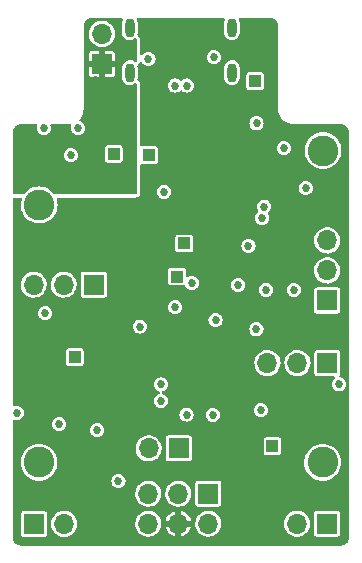
<source format=gbr>
%TF.GenerationSoftware,KiCad,Pcbnew,(6.0.8-1)-1*%
%TF.CreationDate,2022-11-07T15:29:17+01:00*%
%TF.ProjectId,distortion-pedal,64697374-6f72-4746-996f-6e2d70656461,rev?*%
%TF.SameCoordinates,Original*%
%TF.FileFunction,Copper,L3,Inr*%
%TF.FilePolarity,Positive*%
%FSLAX46Y46*%
G04 Gerber Fmt 4.6, Leading zero omitted, Abs format (unit mm)*
G04 Created by KiCad (PCBNEW (6.0.8-1)-1) date 2022-11-07 15:29:17*
%MOMM*%
%LPD*%
G01*
G04 APERTURE LIST*
%TA.AperFunction,ComponentPad*%
%ADD10O,0.800000X1.600000*%
%TD*%
%TA.AperFunction,ComponentPad*%
%ADD11R,1.700000X1.700000*%
%TD*%
%TA.AperFunction,ComponentPad*%
%ADD12O,1.700000X1.700000*%
%TD*%
%TA.AperFunction,ComponentPad*%
%ADD13R,1.000000X1.000000*%
%TD*%
%TA.AperFunction,ComponentPad*%
%ADD14C,2.600000*%
%TD*%
%TA.AperFunction,ViaPad*%
%ADD15C,0.685800*%
%TD*%
G04 APERTURE END LIST*
D10*
%TO.N,GND*%
%TO.C,J3*%
X64820000Y-44900000D03*
X56180000Y-44900000D03*
X64820000Y-41100000D03*
X56180000Y-41100000D03*
%TD*%
D11*
%TO.N,+9V*%
%TO.C,J4*%
X53800000Y-44170000D03*
D12*
%TO.N,GND*%
X53800000Y-41630000D03*
%TD*%
D11*
%TO.N,Net-(D6-Pad1)*%
%TO.C,D6*%
X60305000Y-76720000D03*
D12*
%TO.N,Net-(D6-Pad2)*%
X57765000Y-76720000D03*
%TD*%
D11*
%TO.N,Net-(Level1-Pad1)*%
%TO.C,Level1*%
X53110000Y-62850000D03*
D12*
%TO.N,Net-(D1-Pad1)*%
X50570000Y-62850000D03*
X48030000Y-62850000D03*
%TD*%
D11*
%TO.N,Net-(Gain1-Pad1)*%
%TO.C,Gain1*%
X72905000Y-69500000D03*
D12*
%TO.N,Net-(Gain1-Pad2)*%
X70365000Y-69500000D03*
X67825000Y-69500000D03*
%TD*%
D13*
%TO.N,+5V*%
%TO.C,TP3*%
X66800000Y-45600000D03*
%TD*%
%TO.N,effect_out*%
%TO.C,TP2*%
X60790000Y-59370000D03*
%TD*%
D14*
%TO.N,GND*%
%TO.C,H1*%
X48500000Y-56100000D03*
%TD*%
D13*
%TO.N,Net-(JP2-Pad1)*%
%TO.C,TP5*%
X54810000Y-51770000D03*
%TD*%
D11*
%TO.N,Net-(Tone1-Pad1)*%
%TO.C,Tone1*%
X72890000Y-64195000D03*
D12*
X72890000Y-61655000D03*
%TO.N,Net-(R6-Pad1)*%
X72890000Y-59115000D03*
%TD*%
D14*
%TO.N,GND*%
%TO.C,H3*%
X48490000Y-77900000D03*
%TD*%
D13*
%TO.N,Net-(C5-Pad2)*%
%TO.C,TP4*%
X57790000Y-51870000D03*
%TD*%
%TO.N,Net-(C8-Pad1)*%
%TO.C,TP6*%
X68250000Y-76540000D03*
%TD*%
%TO.N,Net-(D2-Pad2)*%
%TO.C,TP1*%
X60160000Y-62170000D03*
%TD*%
D11*
%TO.N,GND*%
%TO.C,J2*%
X72855000Y-83090000D03*
D12*
%TO.N,Net-(J2-Pad2)*%
X70315000Y-83090000D03*
%TD*%
D13*
%TO.N,effect_in*%
%TO.C,TP9*%
X51500000Y-69000000D03*
%TD*%
D14*
%TO.N,GND*%
%TO.C,H4*%
X72500000Y-77900000D03*
%TD*%
D11*
%TO.N,gain_out*%
%TO.C,SW1*%
X62825000Y-80545000D03*
D12*
%TO.N,Net-(J2-Pad2)*%
X62825000Y-83085000D03*
%TO.N,audio_in*%
X60285000Y-80545000D03*
%TO.N,+8V*%
X60285000Y-83085000D03*
%TO.N,Net-(D6-Pad2)*%
X57745000Y-80545000D03*
%TO.N,GND*%
X57745000Y-83085000D03*
%TD*%
D14*
%TO.N,GND*%
%TO.C,H2*%
X72530000Y-51500000D03*
%TD*%
D11*
%TO.N,GND*%
%TO.C,J1*%
X48065000Y-83110000D03*
D12*
%TO.N,audio_in*%
X50605000Y-83110000D03*
%TD*%
D15*
%TO.N,+4V*%
X66890000Y-66640000D03*
%TO.N,GND*%
X63430000Y-65860000D03*
X60980000Y-73860000D03*
X59070000Y-54990000D03*
X46600000Y-73700000D03*
X67360000Y-57210000D03*
X67540000Y-56250000D03*
X61420000Y-62720000D03*
X66900000Y-49200000D03*
X48890000Y-49620000D03*
X57010000Y-66410000D03*
X63200000Y-73870000D03*
X63280000Y-43590000D03*
X60020000Y-64760000D03*
X55208287Y-79500151D03*
X70050000Y-63300000D03*
X67700000Y-63300000D03*
X69200000Y-51300000D03*
X67260000Y-73490000D03*
X51170000Y-51900000D03*
X53410000Y-75170000D03*
X51800000Y-49600000D03*
X50190000Y-74670000D03*
X57750000Y-43750000D03*
%TO.N,+9V*%
X53300000Y-45500000D03*
X47600000Y-53300000D03*
%TO.N,+8V*%
X73620000Y-54740000D03*
X60840000Y-69290000D03*
X46690000Y-71260000D03*
X68890000Y-61620000D03*
X58580000Y-53560000D03*
X62280000Y-69280000D03*
%TO.N,Net-(J3-PadA5)*%
X61000000Y-46000000D03*
%TO.N,Net-(J3-PadB5)*%
X60000000Y-46000000D03*
%TO.N,Net-(R6-Pad2)*%
X66220000Y-59560000D03*
X65340000Y-62890000D03*
%TO.N,+4V*%
X58790000Y-71300000D03*
X58800000Y-72700000D03*
X71060000Y-54700000D03*
X73860000Y-71300000D03*
X49000000Y-65270000D03*
%TD*%
%TA.AperFunction,Conductor*%
%TO.N,+8V*%
G36*
X64173097Y-40274502D02*
G01*
X64219590Y-40328158D01*
X64229694Y-40398432D01*
X64215392Y-40441199D01*
X64210444Y-40450199D01*
X64210442Y-40450204D01*
X64206625Y-40457147D01*
X64165500Y-40617317D01*
X64165500Y-41541178D01*
X64172910Y-41599835D01*
X64178439Y-41643597D01*
X64181024Y-41664061D01*
X64241899Y-41817814D01*
X64246557Y-41824225D01*
X64246558Y-41824227D01*
X64290498Y-41884705D01*
X64339098Y-41951597D01*
X64466514Y-42057005D01*
X64616141Y-42127414D01*
X64711298Y-42145566D01*
X64770791Y-42156915D01*
X64770793Y-42156915D01*
X64778577Y-42158400D01*
X64943616Y-42148017D01*
X65017415Y-42124038D01*
X65093351Y-42099365D01*
X65093354Y-42099364D01*
X65100887Y-42096916D01*
X65107577Y-42092670D01*
X65107580Y-42092669D01*
X65197952Y-42035317D01*
X65240510Y-42008309D01*
X65275223Y-41971344D01*
X65348285Y-41893540D01*
X65353710Y-41887763D01*
X65433375Y-41742853D01*
X65474500Y-41582683D01*
X65474500Y-40658822D01*
X65458976Y-40535939D01*
X65415798Y-40426883D01*
X65409319Y-40356183D01*
X65442091Y-40293203D01*
X65503711Y-40257940D01*
X65532950Y-40254500D01*
X67962524Y-40254500D01*
X67987103Y-40256921D01*
X68000000Y-40259486D01*
X68012170Y-40257065D01*
X68019856Y-40257065D01*
X68032207Y-40257672D01*
X68133092Y-40267609D01*
X68157309Y-40272425D01*
X68273426Y-40307649D01*
X68296226Y-40317093D01*
X68403239Y-40374292D01*
X68423770Y-40388011D01*
X68517556Y-40464981D01*
X68535019Y-40482444D01*
X68611989Y-40576230D01*
X68625708Y-40596761D01*
X68682907Y-40703774D01*
X68692351Y-40726574D01*
X68727575Y-40842691D01*
X68732391Y-40866908D01*
X68742328Y-40967793D01*
X68742935Y-40980144D01*
X68742935Y-40987830D01*
X68740514Y-41000000D01*
X68742935Y-41012170D01*
X68743079Y-41012894D01*
X68745500Y-41037476D01*
X68745500Y-47962524D01*
X68743079Y-47987103D01*
X68740514Y-48000000D01*
X68742346Y-48009209D01*
X68757114Y-48196854D01*
X68803210Y-48388860D01*
X68878776Y-48571292D01*
X68981950Y-48739657D01*
X68985157Y-48743412D01*
X68985160Y-48743416D01*
X69100770Y-48878776D01*
X69110192Y-48889808D01*
X69113948Y-48893016D01*
X69256584Y-49014840D01*
X69256588Y-49014843D01*
X69260343Y-49018050D01*
X69428708Y-49121224D01*
X69433278Y-49123117D01*
X69433282Y-49123119D01*
X69599122Y-49191812D01*
X69611140Y-49196790D01*
X69658617Y-49208188D01*
X69798333Y-49241731D01*
X69798339Y-49241732D01*
X69803146Y-49242886D01*
X69990791Y-49257654D01*
X70000000Y-49259486D01*
X70012897Y-49256921D01*
X70037476Y-49254500D01*
X73962524Y-49254500D01*
X73987103Y-49256921D01*
X74000000Y-49259486D01*
X74012170Y-49257065D01*
X74019856Y-49257065D01*
X74032207Y-49257672D01*
X74133092Y-49267609D01*
X74157309Y-49272425D01*
X74273426Y-49307649D01*
X74296226Y-49317093D01*
X74403239Y-49374292D01*
X74423770Y-49388011D01*
X74517556Y-49464981D01*
X74535019Y-49482444D01*
X74611989Y-49576230D01*
X74625708Y-49596761D01*
X74682907Y-49703774D01*
X74692351Y-49726574D01*
X74727575Y-49842691D01*
X74732391Y-49866908D01*
X74742328Y-49967793D01*
X74742935Y-49980144D01*
X74742935Y-49987830D01*
X74740514Y-50000000D01*
X74742935Y-50012170D01*
X74743079Y-50012894D01*
X74745500Y-50037476D01*
X74745500Y-84162524D01*
X74743079Y-84187103D01*
X74740514Y-84200000D01*
X74742935Y-84212170D01*
X74742935Y-84219856D01*
X74742328Y-84232207D01*
X74732391Y-84333092D01*
X74727575Y-84357309D01*
X74692351Y-84473426D01*
X74682907Y-84496226D01*
X74625708Y-84603239D01*
X74611989Y-84623770D01*
X74535019Y-84717556D01*
X74517556Y-84735019D01*
X74423770Y-84811989D01*
X74403239Y-84825708D01*
X74296226Y-84882907D01*
X74273426Y-84892351D01*
X74157309Y-84927575D01*
X74133092Y-84932391D01*
X74032207Y-84942328D01*
X74019856Y-84942935D01*
X74012170Y-84942935D01*
X74000000Y-84940514D01*
X73987103Y-84943079D01*
X73962524Y-84945500D01*
X47037476Y-84945500D01*
X47012897Y-84943079D01*
X47000000Y-84940514D01*
X46987830Y-84942935D01*
X46980144Y-84942935D01*
X46967793Y-84942328D01*
X46866908Y-84932391D01*
X46842691Y-84927575D01*
X46726574Y-84892351D01*
X46703774Y-84882907D01*
X46596761Y-84825708D01*
X46576230Y-84811989D01*
X46482444Y-84735019D01*
X46464981Y-84717556D01*
X46388011Y-84623770D01*
X46374292Y-84603239D01*
X46317093Y-84496226D01*
X46307649Y-84473426D01*
X46272425Y-84357309D01*
X46267609Y-84333092D01*
X46257672Y-84232207D01*
X46257065Y-84219856D01*
X46257065Y-84212170D01*
X46259486Y-84200000D01*
X46256921Y-84187103D01*
X46254500Y-84162524D01*
X46254500Y-82234933D01*
X46960500Y-82234933D01*
X46960501Y-83985066D01*
X46963780Y-84001552D01*
X46968867Y-84027126D01*
X46975266Y-84059301D01*
X46982161Y-84069620D01*
X46982162Y-84069622D01*
X47022516Y-84130015D01*
X47031516Y-84143484D01*
X47041832Y-84150377D01*
X47089391Y-84182155D01*
X47115699Y-84199734D01*
X47189933Y-84214500D01*
X48064858Y-84214500D01*
X48940066Y-84214499D01*
X48975818Y-84207388D01*
X49002126Y-84202156D01*
X49002128Y-84202155D01*
X49014301Y-84199734D01*
X49024621Y-84192839D01*
X49024622Y-84192838D01*
X49088168Y-84150377D01*
X49098484Y-84143484D01*
X49154734Y-84059301D01*
X49169500Y-83985067D01*
X49169499Y-83080964D01*
X49496148Y-83080964D01*
X49509424Y-83283522D01*
X49510845Y-83289118D01*
X49510846Y-83289123D01*
X49531119Y-83368945D01*
X49559392Y-83480269D01*
X49561809Y-83485512D01*
X49599010Y-83566208D01*
X49644377Y-83664616D01*
X49647710Y-83669332D01*
X49746717Y-83809424D01*
X49761533Y-83830389D01*
X49765675Y-83834424D01*
X49810439Y-83878031D01*
X49906938Y-83972035D01*
X50075720Y-84084812D01*
X50081023Y-84087090D01*
X50081026Y-84087092D01*
X50218644Y-84146217D01*
X50262228Y-84164942D01*
X50335244Y-84181464D01*
X50454579Y-84208467D01*
X50454584Y-84208468D01*
X50460216Y-84209742D01*
X50465987Y-84209969D01*
X50465989Y-84209969D01*
X50525756Y-84212317D01*
X50663053Y-84217712D01*
X50770348Y-84202155D01*
X50858231Y-84189413D01*
X50858236Y-84189412D01*
X50863945Y-84188584D01*
X50869409Y-84186729D01*
X50869414Y-84186728D01*
X51050693Y-84125192D01*
X51050698Y-84125190D01*
X51056165Y-84123334D01*
X51233276Y-84024147D01*
X51257324Y-84004147D01*
X51384913Y-83898031D01*
X51389345Y-83894345D01*
X51459171Y-83810389D01*
X51515453Y-83742718D01*
X51515455Y-83742715D01*
X51519147Y-83738276D01*
X51618334Y-83561165D01*
X51620190Y-83555698D01*
X51620192Y-83555693D01*
X51681728Y-83374414D01*
X51681729Y-83374409D01*
X51683584Y-83368945D01*
X51684412Y-83363236D01*
X51684413Y-83363231D01*
X51712179Y-83171727D01*
X51712712Y-83168053D01*
X51714232Y-83110000D01*
X51709267Y-83055964D01*
X56636148Y-83055964D01*
X56649424Y-83258522D01*
X56650845Y-83264118D01*
X56650846Y-83264123D01*
X56676017Y-83363231D01*
X56699392Y-83455269D01*
X56701809Y-83460512D01*
X56750536Y-83566208D01*
X56784377Y-83639616D01*
X56787710Y-83644332D01*
X56854103Y-83738276D01*
X56901533Y-83805389D01*
X56905675Y-83809424D01*
X56962267Y-83864553D01*
X57046938Y-83947035D01*
X57215720Y-84059812D01*
X57221023Y-84062090D01*
X57221026Y-84062092D01*
X57363921Y-84123484D01*
X57402228Y-84139942D01*
X57467140Y-84154630D01*
X57594579Y-84183467D01*
X57594584Y-84183468D01*
X57600216Y-84184742D01*
X57605987Y-84184969D01*
X57605989Y-84184969D01*
X57660380Y-84187106D01*
X57803053Y-84192712D01*
X57903499Y-84178148D01*
X57998231Y-84164413D01*
X57998236Y-84164412D01*
X58003945Y-84163584D01*
X58009409Y-84161729D01*
X58009414Y-84161728D01*
X58190693Y-84100192D01*
X58190698Y-84100190D01*
X58196165Y-84098334D01*
X58202019Y-84095056D01*
X58359303Y-84006972D01*
X58373276Y-83999147D01*
X58382910Y-83991135D01*
X58524913Y-83873031D01*
X58529345Y-83869345D01*
X58575023Y-83814424D01*
X58655453Y-83717718D01*
X58655455Y-83717715D01*
X58659147Y-83713276D01*
X58758334Y-83536165D01*
X58760190Y-83530698D01*
X58760192Y-83530693D01*
X58820863Y-83351962D01*
X59213671Y-83351962D01*
X59238443Y-83449502D01*
X59242284Y-83460348D01*
X59322394Y-83634120D01*
X59328145Y-83644081D01*
X59438579Y-83800343D01*
X59446057Y-83809098D01*
X59583114Y-83942612D01*
X59592058Y-83949855D01*
X59751156Y-84056161D01*
X59761266Y-84061651D01*
X59937077Y-84137185D01*
X59948020Y-84140740D01*
X60013332Y-84155519D01*
X60027405Y-84154630D01*
X60030828Y-84145681D01*
X60539000Y-84145681D01*
X60542966Y-84159187D01*
X60551672Y-84160433D01*
X60730497Y-84099730D01*
X60740994Y-84095056D01*
X60907958Y-84001552D01*
X60917430Y-83995042D01*
X61064553Y-83872682D01*
X61072682Y-83864553D01*
X61195042Y-83717430D01*
X61201552Y-83707958D01*
X61295056Y-83540994D01*
X61299730Y-83530497D01*
X61360443Y-83351644D01*
X61359210Y-83342993D01*
X61345642Y-83339000D01*
X60557115Y-83339000D01*
X60541876Y-83343475D01*
X60540671Y-83344865D01*
X60539000Y-83352548D01*
X60539000Y-84145681D01*
X60030828Y-84145681D01*
X60031000Y-84145232D01*
X60031000Y-83357115D01*
X60026525Y-83341876D01*
X60025135Y-83340671D01*
X60017452Y-83339000D01*
X59228494Y-83339000D01*
X59214963Y-83342973D01*
X59213671Y-83351962D01*
X58820863Y-83351962D01*
X58821728Y-83349414D01*
X58821729Y-83349409D01*
X58823584Y-83343945D01*
X58824412Y-83338236D01*
X58824413Y-83338231D01*
X58852179Y-83146727D01*
X58852712Y-83143053D01*
X58854232Y-83085000D01*
X58851564Y-83055964D01*
X61716148Y-83055964D01*
X61729424Y-83258522D01*
X61730845Y-83264118D01*
X61730846Y-83264123D01*
X61756017Y-83363231D01*
X61779392Y-83455269D01*
X61781809Y-83460512D01*
X61830536Y-83566208D01*
X61864377Y-83639616D01*
X61867710Y-83644332D01*
X61934103Y-83738276D01*
X61981533Y-83805389D01*
X61985675Y-83809424D01*
X62042267Y-83864553D01*
X62126938Y-83947035D01*
X62295720Y-84059812D01*
X62301023Y-84062090D01*
X62301026Y-84062092D01*
X62443921Y-84123484D01*
X62482228Y-84139942D01*
X62547140Y-84154630D01*
X62674579Y-84183467D01*
X62674584Y-84183468D01*
X62680216Y-84184742D01*
X62685987Y-84184969D01*
X62685989Y-84184969D01*
X62740380Y-84187106D01*
X62883053Y-84192712D01*
X62983499Y-84178148D01*
X63078231Y-84164413D01*
X63078236Y-84164412D01*
X63083945Y-84163584D01*
X63089409Y-84161729D01*
X63089414Y-84161728D01*
X63270693Y-84100192D01*
X63270698Y-84100190D01*
X63276165Y-84098334D01*
X63282019Y-84095056D01*
X63439303Y-84006972D01*
X63453276Y-83999147D01*
X63462910Y-83991135D01*
X63604913Y-83873031D01*
X63609345Y-83869345D01*
X63655023Y-83814424D01*
X63735453Y-83717718D01*
X63735455Y-83717715D01*
X63739147Y-83713276D01*
X63838334Y-83536165D01*
X63840190Y-83530698D01*
X63840192Y-83530693D01*
X63901728Y-83349414D01*
X63901729Y-83349409D01*
X63903584Y-83343945D01*
X63904412Y-83338236D01*
X63904413Y-83338231D01*
X63932179Y-83146727D01*
X63932712Y-83143053D01*
X63934232Y-83085000D01*
X63932023Y-83060964D01*
X69206148Y-83060964D01*
X69219424Y-83263522D01*
X69220845Y-83269118D01*
X69220846Y-83269123D01*
X69241119Y-83348945D01*
X69269392Y-83460269D01*
X69271809Y-83465512D01*
X69315906Y-83561165D01*
X69354377Y-83644616D01*
X69357710Y-83649332D01*
X69464664Y-83800669D01*
X69471533Y-83810389D01*
X69475675Y-83814424D01*
X69492064Y-83830389D01*
X69616938Y-83952035D01*
X69785720Y-84064812D01*
X69791023Y-84067090D01*
X69791026Y-84067092D01*
X69963558Y-84141217D01*
X69972228Y-84144942D01*
X70015043Y-84154630D01*
X70164579Y-84188467D01*
X70164584Y-84188468D01*
X70170216Y-84189742D01*
X70175987Y-84189969D01*
X70175989Y-84189969D01*
X70235756Y-84192317D01*
X70373053Y-84197712D01*
X70480348Y-84182155D01*
X70568231Y-84169413D01*
X70568236Y-84169412D01*
X70573945Y-84168584D01*
X70579409Y-84166729D01*
X70579414Y-84166728D01*
X70760693Y-84105192D01*
X70760698Y-84105190D01*
X70766165Y-84103334D01*
X70771776Y-84100192D01*
X70843879Y-84059812D01*
X70943276Y-84004147D01*
X70953730Y-83995453D01*
X71094913Y-83878031D01*
X71099345Y-83874345D01*
X71156463Y-83805669D01*
X71225453Y-83722718D01*
X71225455Y-83722715D01*
X71229147Y-83718276D01*
X71314309Y-83566208D01*
X71325510Y-83546208D01*
X71325511Y-83546206D01*
X71328334Y-83541165D01*
X71330190Y-83535698D01*
X71330192Y-83535693D01*
X71391728Y-83354414D01*
X71391729Y-83354409D01*
X71393584Y-83348945D01*
X71394412Y-83343236D01*
X71394413Y-83343231D01*
X71422179Y-83151727D01*
X71422712Y-83148053D01*
X71424232Y-83090000D01*
X71412797Y-82965551D01*
X71406187Y-82893613D01*
X71406186Y-82893610D01*
X71405658Y-82887859D01*
X71401710Y-82873861D01*
X71352125Y-82698046D01*
X71352124Y-82698044D01*
X71350557Y-82692487D01*
X71345625Y-82682484D01*
X71263331Y-82515609D01*
X71260776Y-82510428D01*
X71139320Y-82347779D01*
X70995609Y-82214933D01*
X71750500Y-82214933D01*
X71750501Y-83965066D01*
X71756463Y-83995042D01*
X71762814Y-84026972D01*
X71765266Y-84039301D01*
X71772161Y-84049620D01*
X71772162Y-84049622D01*
X71812516Y-84110015D01*
X71821516Y-84123484D01*
X71905699Y-84179734D01*
X71979933Y-84194500D01*
X72854858Y-84194500D01*
X73730066Y-84194499D01*
X73769137Y-84186728D01*
X73792126Y-84182156D01*
X73792128Y-84182155D01*
X73804301Y-84179734D01*
X73814621Y-84172839D01*
X73814622Y-84172838D01*
X73878168Y-84130377D01*
X73888484Y-84123484D01*
X73944734Y-84039301D01*
X73959500Y-83965067D01*
X73959499Y-82214934D01*
X73952388Y-82179182D01*
X73947156Y-82152874D01*
X73947155Y-82152872D01*
X73944734Y-82140699D01*
X73922101Y-82106826D01*
X73895377Y-82066832D01*
X73888484Y-82056516D01*
X73831686Y-82018564D01*
X73814620Y-82007161D01*
X73804301Y-82000266D01*
X73730067Y-81985500D01*
X72855142Y-81985500D01*
X71979934Y-81985501D01*
X71944182Y-81992612D01*
X71917874Y-81997844D01*
X71917872Y-81997845D01*
X71905699Y-82000266D01*
X71895379Y-82007161D01*
X71895378Y-82007162D01*
X71861711Y-82029658D01*
X71821516Y-82056516D01*
X71803269Y-82083824D01*
X71787900Y-82106826D01*
X71765266Y-82140699D01*
X71750500Y-82214933D01*
X70995609Y-82214933D01*
X70990258Y-82209987D01*
X70985375Y-82206906D01*
X70985371Y-82206903D01*
X70829924Y-82108824D01*
X70818581Y-82101667D01*
X70630039Y-82026446D01*
X70624379Y-82025320D01*
X70624375Y-82025319D01*
X70436613Y-81987971D01*
X70436610Y-81987971D01*
X70430946Y-81986844D01*
X70425171Y-81986768D01*
X70425167Y-81986768D01*
X70323793Y-81985441D01*
X70227971Y-81984187D01*
X70222274Y-81985166D01*
X70222273Y-81985166D01*
X70094271Y-82007161D01*
X70027910Y-82018564D01*
X69837463Y-82088824D01*
X69663010Y-82192612D01*
X69658670Y-82196418D01*
X69658666Y-82196421D01*
X69614752Y-82234933D01*
X69510392Y-82326455D01*
X69384720Y-82485869D01*
X69382031Y-82490980D01*
X69382029Y-82490983D01*
X69361276Y-82530428D01*
X69290203Y-82665515D01*
X69230007Y-82859378D01*
X69206148Y-83060964D01*
X63932023Y-83060964D01*
X63917955Y-82907859D01*
X63916187Y-82888613D01*
X63916186Y-82888610D01*
X63915658Y-82882859D01*
X63910654Y-82865115D01*
X63862125Y-82693046D01*
X63862124Y-82693044D01*
X63860557Y-82687487D01*
X63849978Y-82666033D01*
X63773331Y-82510609D01*
X63770776Y-82505428D01*
X63759990Y-82490983D01*
X63655452Y-82350991D01*
X63649320Y-82342779D01*
X63511019Y-82214934D01*
X63504503Y-82208911D01*
X63500258Y-82204987D01*
X63495375Y-82201906D01*
X63495371Y-82201903D01*
X63341389Y-82104748D01*
X63328581Y-82096667D01*
X63140039Y-82021446D01*
X63134379Y-82020320D01*
X63134375Y-82020319D01*
X62946613Y-81982971D01*
X62946610Y-81982971D01*
X62940946Y-81981844D01*
X62935171Y-81981768D01*
X62935167Y-81981768D01*
X62833793Y-81980441D01*
X62737971Y-81979187D01*
X62732274Y-81980166D01*
X62732273Y-81980166D01*
X62575173Y-82007161D01*
X62537910Y-82013564D01*
X62347463Y-82083824D01*
X62173010Y-82187612D01*
X62168670Y-82191418D01*
X62168666Y-82191421D01*
X62024733Y-82317648D01*
X62020392Y-82321455D01*
X61894720Y-82480869D01*
X61892031Y-82485980D01*
X61892029Y-82485983D01*
X61865920Y-82535609D01*
X61800203Y-82660515D01*
X61740007Y-82854378D01*
X61716148Y-83055964D01*
X58851564Y-83055964D01*
X58837955Y-82907859D01*
X58836187Y-82888613D01*
X58836186Y-82888610D01*
X58835658Y-82882859D01*
X58830654Y-82865115D01*
X58820130Y-82827799D01*
X59212943Y-82827799D01*
X59219675Y-82831000D01*
X60012885Y-82831000D01*
X60028124Y-82826525D01*
X60029329Y-82825135D01*
X60031000Y-82817452D01*
X60031000Y-82812885D01*
X60539000Y-82812885D01*
X60543475Y-82828124D01*
X60544865Y-82829329D01*
X60552548Y-82831000D01*
X61342398Y-82831000D01*
X61355929Y-82827027D01*
X61357098Y-82818892D01*
X61321658Y-82693231D01*
X61317533Y-82682484D01*
X61232903Y-82510871D01*
X61226893Y-82501063D01*
X61112400Y-82347739D01*
X61104710Y-82339199D01*
X60964192Y-82209304D01*
X60955067Y-82202303D01*
X60793236Y-82100195D01*
X60782989Y-82094974D01*
X60605260Y-82024068D01*
X60594232Y-82020801D01*
X60556769Y-82013350D01*
X60543894Y-82014502D01*
X60539000Y-82029658D01*
X60539000Y-82812885D01*
X60031000Y-82812885D01*
X60031000Y-82026500D01*
X60027194Y-82013538D01*
X60012279Y-82011602D01*
X60003732Y-82013071D01*
X59992620Y-82016048D01*
X59813095Y-82082279D01*
X59802717Y-82087229D01*
X59638273Y-82185063D01*
X59628961Y-82191829D01*
X59485097Y-82317994D01*
X59477180Y-82326337D01*
X59358718Y-82476605D01*
X59352450Y-82486256D01*
X59263358Y-82655592D01*
X59258953Y-82666227D01*
X59213162Y-82813698D01*
X59212943Y-82827799D01*
X58820130Y-82827799D01*
X58782125Y-82693046D01*
X58782124Y-82693044D01*
X58780557Y-82687487D01*
X58769978Y-82666033D01*
X58693331Y-82510609D01*
X58690776Y-82505428D01*
X58679990Y-82490983D01*
X58575452Y-82350991D01*
X58569320Y-82342779D01*
X58431019Y-82214934D01*
X58424503Y-82208911D01*
X58420258Y-82204987D01*
X58415375Y-82201906D01*
X58415371Y-82201903D01*
X58261389Y-82104748D01*
X58248581Y-82096667D01*
X58060039Y-82021446D01*
X58054379Y-82020320D01*
X58054375Y-82020319D01*
X57866613Y-81982971D01*
X57866610Y-81982971D01*
X57860946Y-81981844D01*
X57855171Y-81981768D01*
X57855167Y-81981768D01*
X57753793Y-81980441D01*
X57657971Y-81979187D01*
X57652274Y-81980166D01*
X57652273Y-81980166D01*
X57495173Y-82007161D01*
X57457910Y-82013564D01*
X57267463Y-82083824D01*
X57093010Y-82187612D01*
X57088670Y-82191418D01*
X57088666Y-82191421D01*
X56944733Y-82317648D01*
X56940392Y-82321455D01*
X56814720Y-82480869D01*
X56812031Y-82485980D01*
X56812029Y-82485983D01*
X56785920Y-82535609D01*
X56720203Y-82660515D01*
X56660007Y-82854378D01*
X56636148Y-83055964D01*
X51709267Y-83055964D01*
X51695658Y-82907859D01*
X51690017Y-82887859D01*
X51642125Y-82718046D01*
X51642124Y-82718044D01*
X51640557Y-82712487D01*
X51630695Y-82692487D01*
X51553331Y-82535609D01*
X51550776Y-82530428D01*
X51535977Y-82510609D01*
X51432777Y-82372409D01*
X51429320Y-82367779D01*
X51280258Y-82229987D01*
X51275375Y-82226906D01*
X51275371Y-82226903D01*
X51113464Y-82124748D01*
X51108581Y-82121667D01*
X50920039Y-82046446D01*
X50914379Y-82045320D01*
X50914375Y-82045319D01*
X50726613Y-82007971D01*
X50726610Y-82007971D01*
X50720946Y-82006844D01*
X50715171Y-82006768D01*
X50715167Y-82006768D01*
X50613793Y-82005441D01*
X50517971Y-82004187D01*
X50512274Y-82005166D01*
X50512273Y-82005166D01*
X50323607Y-82037585D01*
X50317910Y-82038564D01*
X50127463Y-82108824D01*
X49953010Y-82212612D01*
X49948670Y-82216418D01*
X49948666Y-82216421D01*
X49818025Y-82330991D01*
X49800392Y-82346455D01*
X49674720Y-82505869D01*
X49672031Y-82510980D01*
X49672029Y-82510983D01*
X49659073Y-82535609D01*
X49580203Y-82685515D01*
X49520007Y-82879378D01*
X49496148Y-83080964D01*
X49169499Y-83080964D01*
X49169499Y-82234934D01*
X49160926Y-82191829D01*
X49157156Y-82172874D01*
X49157155Y-82172872D01*
X49154734Y-82160699D01*
X49141371Y-82140699D01*
X49105377Y-82086832D01*
X49098484Y-82076516D01*
X49014301Y-82020266D01*
X48940067Y-82005500D01*
X48065142Y-82005500D01*
X47189934Y-82005501D01*
X47159260Y-82011602D01*
X47127874Y-82017844D01*
X47127872Y-82017845D01*
X47115699Y-82020266D01*
X47105379Y-82027161D01*
X47105378Y-82027162D01*
X47061448Y-82056516D01*
X47031516Y-82076516D01*
X46975266Y-82160699D01*
X46960500Y-82234933D01*
X46254500Y-82234933D01*
X46254500Y-80515964D01*
X56636148Y-80515964D01*
X56649424Y-80718522D01*
X56650845Y-80724118D01*
X56650846Y-80724123D01*
X56671119Y-80803945D01*
X56699392Y-80915269D01*
X56701809Y-80920512D01*
X56739010Y-81001208D01*
X56784377Y-81099616D01*
X56901533Y-81265389D01*
X57046938Y-81407035D01*
X57215720Y-81519812D01*
X57221023Y-81522090D01*
X57221026Y-81522092D01*
X57352283Y-81578484D01*
X57402228Y-81599942D01*
X57475244Y-81616464D01*
X57594579Y-81643467D01*
X57594584Y-81643468D01*
X57600216Y-81644742D01*
X57605987Y-81644969D01*
X57605989Y-81644969D01*
X57665756Y-81647317D01*
X57803053Y-81652712D01*
X57910348Y-81637155D01*
X57998231Y-81624413D01*
X57998236Y-81624412D01*
X58003945Y-81623584D01*
X58009409Y-81621729D01*
X58009414Y-81621728D01*
X58190693Y-81560192D01*
X58190698Y-81560190D01*
X58196165Y-81558334D01*
X58373276Y-81459147D01*
X58412969Y-81426135D01*
X58524913Y-81333031D01*
X58529345Y-81329345D01*
X58659147Y-81173276D01*
X58758334Y-80996165D01*
X58760190Y-80990698D01*
X58760192Y-80990693D01*
X58821728Y-80809414D01*
X58821729Y-80809409D01*
X58823584Y-80803945D01*
X58824412Y-80798236D01*
X58824413Y-80798231D01*
X58852179Y-80606727D01*
X58852712Y-80603053D01*
X58854232Y-80545000D01*
X58851564Y-80515964D01*
X59176148Y-80515964D01*
X59189424Y-80718522D01*
X59190845Y-80724118D01*
X59190846Y-80724123D01*
X59211119Y-80803945D01*
X59239392Y-80915269D01*
X59241809Y-80920512D01*
X59279010Y-81001208D01*
X59324377Y-81099616D01*
X59441533Y-81265389D01*
X59586938Y-81407035D01*
X59755720Y-81519812D01*
X59761023Y-81522090D01*
X59761026Y-81522092D01*
X59892283Y-81578484D01*
X59942228Y-81599942D01*
X60015244Y-81616464D01*
X60134579Y-81643467D01*
X60134584Y-81643468D01*
X60140216Y-81644742D01*
X60145987Y-81644969D01*
X60145989Y-81644969D01*
X60205756Y-81647317D01*
X60343053Y-81652712D01*
X60450348Y-81637155D01*
X60538231Y-81624413D01*
X60538236Y-81624412D01*
X60543945Y-81623584D01*
X60549409Y-81621729D01*
X60549414Y-81621728D01*
X60730693Y-81560192D01*
X60730698Y-81560190D01*
X60736165Y-81558334D01*
X60913276Y-81459147D01*
X60952969Y-81426135D01*
X61064913Y-81333031D01*
X61069345Y-81329345D01*
X61199147Y-81173276D01*
X61298334Y-80996165D01*
X61300190Y-80990698D01*
X61300192Y-80990693D01*
X61361728Y-80809414D01*
X61361729Y-80809409D01*
X61363584Y-80803945D01*
X61364412Y-80798236D01*
X61364413Y-80798231D01*
X61392179Y-80606727D01*
X61392712Y-80603053D01*
X61394232Y-80545000D01*
X61375658Y-80342859D01*
X61374090Y-80337299D01*
X61322125Y-80153046D01*
X61322124Y-80153044D01*
X61320557Y-80147487D01*
X61309978Y-80126033D01*
X61233331Y-79970609D01*
X61230776Y-79965428D01*
X61109320Y-79802779D01*
X60965609Y-79669933D01*
X61720500Y-79669933D01*
X61720501Y-81420066D01*
X61735266Y-81494301D01*
X61742161Y-81504620D01*
X61742162Y-81504622D01*
X61782516Y-81565015D01*
X61791516Y-81578484D01*
X61875699Y-81634734D01*
X61949933Y-81649500D01*
X62824858Y-81649500D01*
X63700066Y-81649499D01*
X63735818Y-81642388D01*
X63762126Y-81637156D01*
X63762128Y-81637155D01*
X63774301Y-81634734D01*
X63784621Y-81627839D01*
X63784622Y-81627838D01*
X63848168Y-81585377D01*
X63858484Y-81578484D01*
X63914734Y-81494301D01*
X63929500Y-81420067D01*
X63929499Y-79669934D01*
X63914734Y-79595699D01*
X63888654Y-79556667D01*
X63865377Y-79521832D01*
X63858484Y-79511516D01*
X63774301Y-79455266D01*
X63700067Y-79440500D01*
X62825142Y-79440500D01*
X61949934Y-79440501D01*
X61914182Y-79447612D01*
X61887874Y-79452844D01*
X61887872Y-79452845D01*
X61875699Y-79455266D01*
X61865379Y-79462161D01*
X61865378Y-79462162D01*
X61820779Y-79491963D01*
X61791516Y-79511516D01*
X61735266Y-79595699D01*
X61720500Y-79669933D01*
X60965609Y-79669933D01*
X60960258Y-79664987D01*
X60955375Y-79661906D01*
X60955371Y-79661903D01*
X60793464Y-79559748D01*
X60788581Y-79556667D01*
X60600039Y-79481446D01*
X60594379Y-79480320D01*
X60594375Y-79480319D01*
X60406613Y-79442971D01*
X60406610Y-79442971D01*
X60400946Y-79441844D01*
X60395171Y-79441768D01*
X60395167Y-79441768D01*
X60293793Y-79440441D01*
X60197971Y-79439187D01*
X60192274Y-79440166D01*
X60192273Y-79440166D01*
X60104397Y-79455266D01*
X59997910Y-79473564D01*
X59807463Y-79543824D01*
X59633010Y-79647612D01*
X59628670Y-79651418D01*
X59628666Y-79651421D01*
X59484733Y-79777648D01*
X59480392Y-79781455D01*
X59476817Y-79785990D01*
X59476816Y-79785991D01*
X59463581Y-79802779D01*
X59354720Y-79940869D01*
X59352031Y-79945980D01*
X59352029Y-79945983D01*
X59312046Y-80021979D01*
X59260203Y-80120515D01*
X59200007Y-80314378D01*
X59176148Y-80515964D01*
X58851564Y-80515964D01*
X58835658Y-80342859D01*
X58834090Y-80337299D01*
X58782125Y-80153046D01*
X58782124Y-80153044D01*
X58780557Y-80147487D01*
X58769978Y-80126033D01*
X58693331Y-79970609D01*
X58690776Y-79965428D01*
X58569320Y-79802779D01*
X58420258Y-79664987D01*
X58415375Y-79661906D01*
X58415371Y-79661903D01*
X58253464Y-79559748D01*
X58248581Y-79556667D01*
X58060039Y-79481446D01*
X58054379Y-79480320D01*
X58054375Y-79480319D01*
X57866613Y-79442971D01*
X57866610Y-79442971D01*
X57860946Y-79441844D01*
X57855171Y-79441768D01*
X57855167Y-79441768D01*
X57753793Y-79440441D01*
X57657971Y-79439187D01*
X57652274Y-79440166D01*
X57652273Y-79440166D01*
X57564397Y-79455266D01*
X57457910Y-79473564D01*
X57267463Y-79543824D01*
X57093010Y-79647612D01*
X57088670Y-79651418D01*
X57088666Y-79651421D01*
X56944733Y-79777648D01*
X56940392Y-79781455D01*
X56936817Y-79785990D01*
X56936816Y-79785991D01*
X56923581Y-79802779D01*
X56814720Y-79940869D01*
X56812031Y-79945980D01*
X56812029Y-79945983D01*
X56772046Y-80021979D01*
X56720203Y-80120515D01*
X56660007Y-80314378D01*
X56636148Y-80515964D01*
X46254500Y-80515964D01*
X46254500Y-79500151D01*
X54605732Y-79500151D01*
X54626264Y-79656104D01*
X54686459Y-79801428D01*
X54782216Y-79926222D01*
X54907009Y-80021979D01*
X55052334Y-80082174D01*
X55208287Y-80102706D01*
X55364240Y-80082174D01*
X55509565Y-80021979D01*
X55634358Y-79926222D01*
X55730115Y-79801428D01*
X55790310Y-79656104D01*
X55810842Y-79500151D01*
X55790310Y-79344198D01*
X55730115Y-79198874D01*
X55634358Y-79074080D01*
X55509565Y-78978323D01*
X55364240Y-78918128D01*
X55208287Y-78897596D01*
X55052334Y-78918128D01*
X54907010Y-78978323D01*
X54782216Y-79074080D01*
X54686459Y-79198874D01*
X54626264Y-79344198D01*
X54605732Y-79500151D01*
X46254500Y-79500151D01*
X46254500Y-77900000D01*
X46930693Y-77900000D01*
X46949891Y-78143929D01*
X47007011Y-78381852D01*
X47100647Y-78607911D01*
X47228494Y-78816538D01*
X47387403Y-79002597D01*
X47573462Y-79161506D01*
X47782089Y-79289353D01*
X47786659Y-79291246D01*
X47786663Y-79291248D01*
X48003575Y-79381095D01*
X48008148Y-79382989D01*
X48090452Y-79402748D01*
X48241258Y-79438954D01*
X48241264Y-79438955D01*
X48246071Y-79440109D01*
X48490000Y-79459307D01*
X48733929Y-79440109D01*
X48738736Y-79438955D01*
X48738742Y-79438954D01*
X48889548Y-79402748D01*
X48971852Y-79382989D01*
X48976425Y-79381095D01*
X49193337Y-79291248D01*
X49193341Y-79291246D01*
X49197911Y-79289353D01*
X49406538Y-79161506D01*
X49592597Y-79002597D01*
X49751506Y-78816538D01*
X49879353Y-78607911D01*
X49972989Y-78381852D01*
X50030109Y-78143929D01*
X50049307Y-77900000D01*
X70940693Y-77900000D01*
X70959891Y-78143929D01*
X71017011Y-78381852D01*
X71110647Y-78607911D01*
X71238494Y-78816538D01*
X71397403Y-79002597D01*
X71583462Y-79161506D01*
X71792089Y-79289353D01*
X71796659Y-79291246D01*
X71796663Y-79291248D01*
X72013575Y-79381095D01*
X72018148Y-79382989D01*
X72100452Y-79402748D01*
X72251258Y-79438954D01*
X72251264Y-79438955D01*
X72256071Y-79440109D01*
X72500000Y-79459307D01*
X72743929Y-79440109D01*
X72748736Y-79438955D01*
X72748742Y-79438954D01*
X72899548Y-79402748D01*
X72981852Y-79382989D01*
X72986425Y-79381095D01*
X73203337Y-79291248D01*
X73203341Y-79291246D01*
X73207911Y-79289353D01*
X73416538Y-79161506D01*
X73602597Y-79002597D01*
X73761506Y-78816538D01*
X73889353Y-78607911D01*
X73982989Y-78381852D01*
X74040109Y-78143929D01*
X74059307Y-77900000D01*
X74040109Y-77656071D01*
X74025464Y-77595067D01*
X73989297Y-77444424D01*
X73982989Y-77418148D01*
X73955887Y-77352718D01*
X73891248Y-77196663D01*
X73891246Y-77196659D01*
X73889353Y-77192089D01*
X73761506Y-76983462D01*
X73602597Y-76797403D01*
X73416538Y-76638494D01*
X73207911Y-76510647D01*
X73203341Y-76508754D01*
X73203337Y-76508752D01*
X72986425Y-76418905D01*
X72986423Y-76418904D01*
X72981852Y-76417011D01*
X72899548Y-76397252D01*
X72748742Y-76361046D01*
X72748736Y-76361045D01*
X72743929Y-76359891D01*
X72500000Y-76340693D01*
X72256071Y-76359891D01*
X72251264Y-76361045D01*
X72251258Y-76361046D01*
X72100452Y-76397252D01*
X72018148Y-76417011D01*
X72013577Y-76418904D01*
X72013575Y-76418905D01*
X71796663Y-76508752D01*
X71796659Y-76508754D01*
X71792089Y-76510647D01*
X71583462Y-76638494D01*
X71397403Y-76797403D01*
X71238494Y-76983462D01*
X71110647Y-77192089D01*
X71108754Y-77196659D01*
X71108752Y-77196663D01*
X71044113Y-77352718D01*
X71017011Y-77418148D01*
X71010703Y-77444424D01*
X70974537Y-77595067D01*
X70959891Y-77656071D01*
X70940693Y-77900000D01*
X50049307Y-77900000D01*
X50030109Y-77656071D01*
X50015464Y-77595067D01*
X49979297Y-77444424D01*
X49972989Y-77418148D01*
X49945887Y-77352718D01*
X49881248Y-77196663D01*
X49881246Y-77196659D01*
X49879353Y-77192089D01*
X49751506Y-76983462D01*
X49592597Y-76797403D01*
X49467973Y-76690964D01*
X56656148Y-76690964D01*
X56669424Y-76893522D01*
X56670845Y-76899118D01*
X56670846Y-76899123D01*
X56714533Y-77071137D01*
X56719392Y-77090269D01*
X56721809Y-77095512D01*
X56759010Y-77176208D01*
X56804377Y-77274616D01*
X56921533Y-77440389D01*
X57066938Y-77582035D01*
X57235720Y-77694812D01*
X57241023Y-77697090D01*
X57241026Y-77697092D01*
X57372283Y-77753484D01*
X57422228Y-77774942D01*
X57495244Y-77791464D01*
X57614579Y-77818467D01*
X57614584Y-77818468D01*
X57620216Y-77819742D01*
X57625987Y-77819969D01*
X57625989Y-77819969D01*
X57685756Y-77822317D01*
X57823053Y-77827712D01*
X57930348Y-77812155D01*
X58018231Y-77799413D01*
X58018236Y-77799412D01*
X58023945Y-77798584D01*
X58029409Y-77796729D01*
X58029414Y-77796728D01*
X58210693Y-77735192D01*
X58210698Y-77735190D01*
X58216165Y-77733334D01*
X58393276Y-77634147D01*
X58432969Y-77601135D01*
X58544913Y-77508031D01*
X58549345Y-77504345D01*
X58679147Y-77348276D01*
X58754811Y-77213168D01*
X58775510Y-77176208D01*
X58775511Y-77176206D01*
X58778334Y-77171165D01*
X58780190Y-77165698D01*
X58780192Y-77165693D01*
X58841728Y-76984414D01*
X58841729Y-76984409D01*
X58843584Y-76978945D01*
X58844412Y-76973236D01*
X58844413Y-76973231D01*
X58872179Y-76781727D01*
X58872712Y-76778053D01*
X58874232Y-76720000D01*
X58855658Y-76517859D01*
X58853090Y-76508752D01*
X58802125Y-76328046D01*
X58802124Y-76328044D01*
X58800557Y-76322487D01*
X58789978Y-76301033D01*
X58713331Y-76145609D01*
X58710776Y-76140428D01*
X58589320Y-75977779D01*
X58445609Y-75844933D01*
X59200500Y-75844933D01*
X59200501Y-77595066D01*
X59207539Y-77630453D01*
X59212635Y-77656071D01*
X59215266Y-77669301D01*
X59222161Y-77679620D01*
X59222162Y-77679622D01*
X59262516Y-77740015D01*
X59271516Y-77753484D01*
X59355699Y-77809734D01*
X59429933Y-77824500D01*
X60304858Y-77824500D01*
X61180066Y-77824499D01*
X61215818Y-77817388D01*
X61242126Y-77812156D01*
X61242128Y-77812155D01*
X61254301Y-77809734D01*
X61264621Y-77802839D01*
X61264622Y-77802838D01*
X61328168Y-77760377D01*
X61338484Y-77753484D01*
X61394734Y-77669301D01*
X61409500Y-77595067D01*
X61409499Y-76014933D01*
X67495500Y-76014933D01*
X67495501Y-77065066D01*
X67510266Y-77139301D01*
X67517161Y-77149620D01*
X67517162Y-77149622D01*
X67557516Y-77210015D01*
X67566516Y-77223484D01*
X67650699Y-77279734D01*
X67724933Y-77294500D01*
X68249915Y-77294500D01*
X68775066Y-77294499D01*
X68810818Y-77287388D01*
X68837126Y-77282156D01*
X68837128Y-77282155D01*
X68849301Y-77279734D01*
X68859621Y-77272839D01*
X68859622Y-77272838D01*
X68923168Y-77230377D01*
X68933484Y-77223484D01*
X68989734Y-77139301D01*
X69004500Y-77065067D01*
X69004499Y-76014934D01*
X68989734Y-75940699D01*
X68933484Y-75856516D01*
X68849301Y-75800266D01*
X68775067Y-75785500D01*
X68250085Y-75785500D01*
X67724934Y-75785501D01*
X67689182Y-75792612D01*
X67662874Y-75797844D01*
X67662872Y-75797845D01*
X67650699Y-75800266D01*
X67640379Y-75807161D01*
X67640378Y-75807162D01*
X67592935Y-75838863D01*
X67566516Y-75856516D01*
X67510266Y-75940699D01*
X67495500Y-76014933D01*
X61409499Y-76014933D01*
X61409499Y-75844934D01*
X61400133Y-75797844D01*
X61397156Y-75782874D01*
X61397155Y-75782872D01*
X61394734Y-75770699D01*
X61382976Y-75753101D01*
X61345377Y-75696832D01*
X61338484Y-75686516D01*
X61254301Y-75630266D01*
X61180067Y-75615500D01*
X60305142Y-75615500D01*
X59429934Y-75615501D01*
X59394182Y-75622612D01*
X59367874Y-75627844D01*
X59367872Y-75627845D01*
X59355699Y-75630266D01*
X59345379Y-75637161D01*
X59345378Y-75637162D01*
X59284985Y-75677516D01*
X59271516Y-75686516D01*
X59215266Y-75770699D01*
X59200500Y-75844933D01*
X58445609Y-75844933D01*
X58440258Y-75839987D01*
X58435375Y-75836906D01*
X58435371Y-75836903D01*
X58273464Y-75734748D01*
X58268581Y-75731667D01*
X58080039Y-75656446D01*
X58074379Y-75655320D01*
X58074375Y-75655319D01*
X57886613Y-75617971D01*
X57886610Y-75617971D01*
X57880946Y-75616844D01*
X57875171Y-75616768D01*
X57875167Y-75616768D01*
X57773793Y-75615441D01*
X57677971Y-75614187D01*
X57672274Y-75615166D01*
X57672273Y-75615166D01*
X57584397Y-75630266D01*
X57477910Y-75648564D01*
X57287463Y-75718824D01*
X57113010Y-75822612D01*
X57108670Y-75826418D01*
X57108666Y-75826421D01*
X57074350Y-75856516D01*
X56960392Y-75956455D01*
X56834720Y-76115869D01*
X56832031Y-76120980D01*
X56832029Y-76120983D01*
X56819073Y-76145609D01*
X56740203Y-76295515D01*
X56680007Y-76489378D01*
X56656148Y-76690964D01*
X49467973Y-76690964D01*
X49406538Y-76638494D01*
X49197911Y-76510647D01*
X49193341Y-76508754D01*
X49193337Y-76508752D01*
X48976425Y-76418905D01*
X48976423Y-76418904D01*
X48971852Y-76417011D01*
X48889548Y-76397252D01*
X48738742Y-76361046D01*
X48738736Y-76361045D01*
X48733929Y-76359891D01*
X48490000Y-76340693D01*
X48246071Y-76359891D01*
X48241264Y-76361045D01*
X48241258Y-76361046D01*
X48090452Y-76397252D01*
X48008148Y-76417011D01*
X48003577Y-76418904D01*
X48003575Y-76418905D01*
X47786663Y-76508752D01*
X47786659Y-76508754D01*
X47782089Y-76510647D01*
X47573462Y-76638494D01*
X47387403Y-76797403D01*
X47228494Y-76983462D01*
X47100647Y-77192089D01*
X47098754Y-77196659D01*
X47098752Y-77196663D01*
X47034113Y-77352718D01*
X47007011Y-77418148D01*
X47000703Y-77444424D01*
X46964537Y-77595067D01*
X46949891Y-77656071D01*
X46930693Y-77900000D01*
X46254500Y-77900000D01*
X46254500Y-74670000D01*
X49587445Y-74670000D01*
X49607977Y-74825953D01*
X49668172Y-74971277D01*
X49763929Y-75096071D01*
X49888722Y-75191828D01*
X50034047Y-75252023D01*
X50190000Y-75272555D01*
X50345953Y-75252023D01*
X50491278Y-75191828D01*
X50519725Y-75170000D01*
X52807445Y-75170000D01*
X52827977Y-75325953D01*
X52888172Y-75471277D01*
X52983929Y-75596071D01*
X53108722Y-75691828D01*
X53254047Y-75752023D01*
X53410000Y-75772555D01*
X53565953Y-75752023D01*
X53711278Y-75691828D01*
X53836071Y-75596071D01*
X53931828Y-75471277D01*
X53992023Y-75325953D01*
X54012555Y-75170000D01*
X53992023Y-75014047D01*
X53931828Y-74868723D01*
X53836071Y-74743929D01*
X53711278Y-74648172D01*
X53565953Y-74587977D01*
X53410000Y-74567445D01*
X53254047Y-74587977D01*
X53108723Y-74648172D01*
X52983929Y-74743929D01*
X52888172Y-74868723D01*
X52827977Y-75014047D01*
X52807445Y-75170000D01*
X50519725Y-75170000D01*
X50616071Y-75096071D01*
X50711828Y-74971277D01*
X50772023Y-74825953D01*
X50792555Y-74670000D01*
X50772023Y-74514047D01*
X50711828Y-74368723D01*
X50616071Y-74243929D01*
X50491278Y-74148172D01*
X50345953Y-74087977D01*
X50190000Y-74067445D01*
X50034047Y-74087977D01*
X49888723Y-74148172D01*
X49763929Y-74243929D01*
X49668172Y-74368723D01*
X49607977Y-74514047D01*
X49587445Y-74670000D01*
X46254500Y-74670000D01*
X46254500Y-74392083D01*
X46274502Y-74323962D01*
X46328158Y-74277469D01*
X46398432Y-74267365D01*
X46428715Y-74275673D01*
X46436413Y-74278861D01*
X46444047Y-74282023D01*
X46600000Y-74302555D01*
X46755953Y-74282023D01*
X46901278Y-74221828D01*
X47026071Y-74126071D01*
X47121828Y-74001277D01*
X47180347Y-73860000D01*
X60377445Y-73860000D01*
X60397977Y-74015953D01*
X60458172Y-74161277D01*
X60553929Y-74286071D01*
X60678722Y-74381828D01*
X60824047Y-74442023D01*
X60980000Y-74462555D01*
X61135953Y-74442023D01*
X61281278Y-74381828D01*
X61406071Y-74286071D01*
X61501828Y-74161277D01*
X61562023Y-74015953D01*
X61581238Y-73870000D01*
X62597445Y-73870000D01*
X62617977Y-74025953D01*
X62678172Y-74171277D01*
X62773929Y-74296071D01*
X62898722Y-74391828D01*
X63044047Y-74452023D01*
X63200000Y-74472555D01*
X63355953Y-74452023D01*
X63501278Y-74391828D01*
X63626071Y-74296071D01*
X63721828Y-74171277D01*
X63782023Y-74025953D01*
X63802555Y-73870000D01*
X63782023Y-73714047D01*
X63721828Y-73568723D01*
X63661422Y-73490000D01*
X66657445Y-73490000D01*
X66677977Y-73645953D01*
X66738172Y-73791277D01*
X66833929Y-73916071D01*
X66958722Y-74011828D01*
X67104047Y-74072023D01*
X67260000Y-74092555D01*
X67415953Y-74072023D01*
X67561278Y-74011828D01*
X67686071Y-73916071D01*
X67781828Y-73791277D01*
X67842023Y-73645953D01*
X67862555Y-73490000D01*
X67842023Y-73334047D01*
X67781828Y-73188723D01*
X67686071Y-73063929D01*
X67561278Y-72968172D01*
X67415953Y-72907977D01*
X67260000Y-72887445D01*
X67104047Y-72907977D01*
X66958723Y-72968172D01*
X66833929Y-73063929D01*
X66738172Y-73188723D01*
X66677977Y-73334047D01*
X66657445Y-73490000D01*
X63661422Y-73490000D01*
X63626071Y-73443929D01*
X63501278Y-73348172D01*
X63355953Y-73287977D01*
X63200000Y-73267445D01*
X63044047Y-73287977D01*
X62898723Y-73348172D01*
X62773929Y-73443929D01*
X62678172Y-73568723D01*
X62617977Y-73714047D01*
X62597445Y-73870000D01*
X61581238Y-73870000D01*
X61582555Y-73860000D01*
X61562023Y-73704047D01*
X61501828Y-73558723D01*
X61406071Y-73433929D01*
X61281278Y-73338172D01*
X61135953Y-73277977D01*
X60980000Y-73257445D01*
X60824047Y-73277977D01*
X60678723Y-73338172D01*
X60553929Y-73433929D01*
X60458172Y-73558723D01*
X60397977Y-73704047D01*
X60377445Y-73860000D01*
X47180347Y-73860000D01*
X47182023Y-73855953D01*
X47202555Y-73700000D01*
X47182023Y-73544047D01*
X47121828Y-73398723D01*
X47026071Y-73273929D01*
X46901278Y-73178172D01*
X46755953Y-73117977D01*
X46600000Y-73097445D01*
X46444047Y-73117977D01*
X46436414Y-73121139D01*
X46436413Y-73121139D01*
X46428715Y-73124327D01*
X46358125Y-73131914D01*
X46294639Y-73100133D01*
X46258413Y-73039074D01*
X46254500Y-73007917D01*
X46254500Y-71300000D01*
X58187445Y-71300000D01*
X58207977Y-71455953D01*
X58268172Y-71601277D01*
X58363929Y-71726071D01*
X58488722Y-71821828D01*
X58587914Y-71862914D01*
X58626416Y-71878862D01*
X58634047Y-71882023D01*
X58633879Y-71882429D01*
X58689916Y-71916587D01*
X58720937Y-71980448D01*
X58712507Y-72050942D01*
X58667303Y-72105688D01*
X58643464Y-72116570D01*
X58644047Y-72117977D01*
X58498723Y-72178172D01*
X58373929Y-72273929D01*
X58278172Y-72398723D01*
X58217977Y-72544047D01*
X58197445Y-72700000D01*
X58217977Y-72855953D01*
X58278172Y-73001277D01*
X58373929Y-73126071D01*
X58498722Y-73221828D01*
X58644047Y-73282023D01*
X58800000Y-73302555D01*
X58955953Y-73282023D01*
X59101278Y-73221828D01*
X59226071Y-73126071D01*
X59321828Y-73001277D01*
X59382023Y-72855953D01*
X59402555Y-72700000D01*
X59382023Y-72544047D01*
X59321828Y-72398723D01*
X59226071Y-72273929D01*
X59101278Y-72178172D01*
X58955953Y-72117977D01*
X58956121Y-72117571D01*
X58900084Y-72083413D01*
X58869063Y-72019552D01*
X58877493Y-71949058D01*
X58922697Y-71894312D01*
X58946536Y-71883430D01*
X58945953Y-71882023D01*
X58953584Y-71878862D01*
X59091278Y-71821828D01*
X59216071Y-71726071D01*
X59311828Y-71601277D01*
X59372023Y-71455953D01*
X59392555Y-71300000D01*
X59372023Y-71144047D01*
X59311828Y-70998723D01*
X59216071Y-70873929D01*
X59091278Y-70778172D01*
X58945953Y-70717977D01*
X58790000Y-70697445D01*
X58634047Y-70717977D01*
X58488723Y-70778172D01*
X58363929Y-70873929D01*
X58268172Y-70998723D01*
X58207977Y-71144047D01*
X58187445Y-71300000D01*
X46254500Y-71300000D01*
X46254500Y-68474933D01*
X50745500Y-68474933D01*
X50745501Y-69525066D01*
X50760266Y-69599301D01*
X50816516Y-69683484D01*
X50900699Y-69739734D01*
X50974933Y-69754500D01*
X51499915Y-69754500D01*
X52025066Y-69754499D01*
X52060818Y-69747388D01*
X52087126Y-69742156D01*
X52087128Y-69742155D01*
X52099301Y-69739734D01*
X52109621Y-69732839D01*
X52109622Y-69732838D01*
X52173168Y-69690377D01*
X52183484Y-69683484D01*
X52239734Y-69599301D01*
X52254500Y-69525067D01*
X52254500Y-69470964D01*
X66716148Y-69470964D01*
X66729424Y-69673522D01*
X66730845Y-69679118D01*
X66730846Y-69679123D01*
X66749990Y-69754500D01*
X66779392Y-69870269D01*
X66781809Y-69875512D01*
X66819010Y-69956208D01*
X66864377Y-70054616D01*
X66981533Y-70220389D01*
X67126938Y-70362035D01*
X67295720Y-70474812D01*
X67301023Y-70477090D01*
X67301026Y-70477092D01*
X67432283Y-70533484D01*
X67482228Y-70554942D01*
X67555244Y-70571464D01*
X67674579Y-70598467D01*
X67674584Y-70598468D01*
X67680216Y-70599742D01*
X67685987Y-70599969D01*
X67685989Y-70599969D01*
X67745756Y-70602317D01*
X67883053Y-70607712D01*
X67990348Y-70592155D01*
X68078231Y-70579413D01*
X68078236Y-70579412D01*
X68083945Y-70578584D01*
X68089409Y-70576729D01*
X68089414Y-70576728D01*
X68270693Y-70515192D01*
X68270698Y-70515190D01*
X68276165Y-70513334D01*
X68453276Y-70414147D01*
X68492969Y-70381135D01*
X68604913Y-70288031D01*
X68609345Y-70284345D01*
X68739147Y-70128276D01*
X68838334Y-69951165D01*
X68840190Y-69945698D01*
X68840192Y-69945693D01*
X68901728Y-69764414D01*
X68901729Y-69764409D01*
X68903584Y-69758945D01*
X68904412Y-69753236D01*
X68904413Y-69753231D01*
X68928496Y-69587128D01*
X68932712Y-69558053D01*
X68934232Y-69500000D01*
X68931564Y-69470964D01*
X69256148Y-69470964D01*
X69269424Y-69673522D01*
X69270845Y-69679118D01*
X69270846Y-69679123D01*
X69289990Y-69754500D01*
X69319392Y-69870269D01*
X69321809Y-69875512D01*
X69359010Y-69956208D01*
X69404377Y-70054616D01*
X69521533Y-70220389D01*
X69666938Y-70362035D01*
X69835720Y-70474812D01*
X69841023Y-70477090D01*
X69841026Y-70477092D01*
X69972283Y-70533484D01*
X70022228Y-70554942D01*
X70095244Y-70571464D01*
X70214579Y-70598467D01*
X70214584Y-70598468D01*
X70220216Y-70599742D01*
X70225987Y-70599969D01*
X70225989Y-70599969D01*
X70285756Y-70602317D01*
X70423053Y-70607712D01*
X70530348Y-70592155D01*
X70618231Y-70579413D01*
X70618236Y-70579412D01*
X70623945Y-70578584D01*
X70629409Y-70576729D01*
X70629414Y-70576728D01*
X70810693Y-70515192D01*
X70810698Y-70515190D01*
X70816165Y-70513334D01*
X70993276Y-70414147D01*
X71032969Y-70381135D01*
X71144913Y-70288031D01*
X71149345Y-70284345D01*
X71279147Y-70128276D01*
X71378334Y-69951165D01*
X71380190Y-69945698D01*
X71380192Y-69945693D01*
X71441728Y-69764414D01*
X71441729Y-69764409D01*
X71443584Y-69758945D01*
X71444412Y-69753236D01*
X71444413Y-69753231D01*
X71468496Y-69587128D01*
X71472712Y-69558053D01*
X71474232Y-69500000D01*
X71455658Y-69297859D01*
X71454090Y-69292299D01*
X71402125Y-69108046D01*
X71402124Y-69108044D01*
X71400557Y-69102487D01*
X71389978Y-69081033D01*
X71313331Y-68925609D01*
X71310776Y-68920428D01*
X71189320Y-68757779D01*
X71045609Y-68624933D01*
X71800500Y-68624933D01*
X71800501Y-70375066D01*
X71815266Y-70449301D01*
X71822161Y-70459620D01*
X71822162Y-70459622D01*
X71862516Y-70520015D01*
X71871516Y-70533484D01*
X71955699Y-70589734D01*
X72029933Y-70604500D01*
X72059011Y-70604500D01*
X73413874Y-70604499D01*
X73481994Y-70624501D01*
X73528487Y-70678157D01*
X73538591Y-70748431D01*
X73509098Y-70813011D01*
X73490576Y-70830462D01*
X73440478Y-70868903D01*
X73440475Y-70868906D01*
X73433929Y-70873929D01*
X73338172Y-70998723D01*
X73277977Y-71144047D01*
X73257445Y-71300000D01*
X73277977Y-71455953D01*
X73338172Y-71601277D01*
X73433929Y-71726071D01*
X73558722Y-71821828D01*
X73704047Y-71882023D01*
X73860000Y-71902555D01*
X74015953Y-71882023D01*
X74161278Y-71821828D01*
X74286071Y-71726071D01*
X74381828Y-71601277D01*
X74442023Y-71455953D01*
X74462555Y-71300000D01*
X74442023Y-71144047D01*
X74381828Y-70998723D01*
X74286071Y-70873929D01*
X74161278Y-70778172D01*
X74015953Y-70717977D01*
X74012867Y-70717571D01*
X73954281Y-70681863D01*
X73923258Y-70618003D01*
X73931685Y-70547508D01*
X73942748Y-70527103D01*
X73987839Y-70459620D01*
X73994734Y-70449301D01*
X74009500Y-70375067D01*
X74009499Y-68624934D01*
X73994734Y-68550699D01*
X73968654Y-68511667D01*
X73945377Y-68476832D01*
X73938484Y-68466516D01*
X73854301Y-68410266D01*
X73780067Y-68395500D01*
X72905142Y-68395500D01*
X72029934Y-68395501D01*
X72003800Y-68400699D01*
X71967874Y-68407844D01*
X71967872Y-68407845D01*
X71955699Y-68410266D01*
X71945379Y-68417161D01*
X71945378Y-68417162D01*
X71884985Y-68457516D01*
X71871516Y-68466516D01*
X71815266Y-68550699D01*
X71800500Y-68624933D01*
X71045609Y-68624933D01*
X71040258Y-68619987D01*
X71035375Y-68616906D01*
X71035371Y-68616903D01*
X70873464Y-68514748D01*
X70868581Y-68511667D01*
X70680039Y-68436446D01*
X70674379Y-68435320D01*
X70674375Y-68435319D01*
X70486613Y-68397971D01*
X70486610Y-68397971D01*
X70480946Y-68396844D01*
X70475171Y-68396768D01*
X70475167Y-68396768D01*
X70373793Y-68395441D01*
X70277971Y-68394187D01*
X70272274Y-68395166D01*
X70272273Y-68395166D01*
X70144271Y-68417161D01*
X70077910Y-68428564D01*
X69887463Y-68498824D01*
X69713010Y-68602612D01*
X69708670Y-68606418D01*
X69708666Y-68606421D01*
X69564733Y-68732648D01*
X69560392Y-68736455D01*
X69434720Y-68895869D01*
X69432031Y-68900980D01*
X69432029Y-68900983D01*
X69419073Y-68925609D01*
X69340203Y-69075515D01*
X69280007Y-69269378D01*
X69256148Y-69470964D01*
X68931564Y-69470964D01*
X68915658Y-69297859D01*
X68914090Y-69292299D01*
X68862125Y-69108046D01*
X68862124Y-69108044D01*
X68860557Y-69102487D01*
X68849978Y-69081033D01*
X68773331Y-68925609D01*
X68770776Y-68920428D01*
X68649320Y-68757779D01*
X68500258Y-68619987D01*
X68495375Y-68616906D01*
X68495371Y-68616903D01*
X68333464Y-68514748D01*
X68328581Y-68511667D01*
X68140039Y-68436446D01*
X68134379Y-68435320D01*
X68134375Y-68435319D01*
X67946613Y-68397971D01*
X67946610Y-68397971D01*
X67940946Y-68396844D01*
X67935171Y-68396768D01*
X67935167Y-68396768D01*
X67833793Y-68395441D01*
X67737971Y-68394187D01*
X67732274Y-68395166D01*
X67732273Y-68395166D01*
X67604271Y-68417161D01*
X67537910Y-68428564D01*
X67347463Y-68498824D01*
X67173010Y-68602612D01*
X67168670Y-68606418D01*
X67168666Y-68606421D01*
X67024733Y-68732648D01*
X67020392Y-68736455D01*
X66894720Y-68895869D01*
X66892031Y-68900980D01*
X66892029Y-68900983D01*
X66879073Y-68925609D01*
X66800203Y-69075515D01*
X66740007Y-69269378D01*
X66716148Y-69470964D01*
X52254500Y-69470964D01*
X52254499Y-68474934D01*
X52245082Y-68427585D01*
X52242156Y-68412874D01*
X52242155Y-68412872D01*
X52239734Y-68400699D01*
X52183484Y-68316516D01*
X52099301Y-68260266D01*
X52025067Y-68245500D01*
X51500085Y-68245500D01*
X50974934Y-68245501D01*
X50939182Y-68252612D01*
X50912874Y-68257844D01*
X50912872Y-68257845D01*
X50900699Y-68260266D01*
X50890379Y-68267161D01*
X50890378Y-68267162D01*
X50829985Y-68307516D01*
X50816516Y-68316516D01*
X50760266Y-68400699D01*
X50745500Y-68474933D01*
X46254500Y-68474933D01*
X46254500Y-66410000D01*
X56407445Y-66410000D01*
X56427977Y-66565953D01*
X56488172Y-66711277D01*
X56583929Y-66836071D01*
X56708722Y-66931828D01*
X56854047Y-66992023D01*
X57010000Y-67012555D01*
X57165953Y-66992023D01*
X57311278Y-66931828D01*
X57436071Y-66836071D01*
X57531828Y-66711277D01*
X57561352Y-66640000D01*
X66287445Y-66640000D01*
X66307977Y-66795953D01*
X66368172Y-66941277D01*
X66463929Y-67066071D01*
X66588722Y-67161828D01*
X66734047Y-67222023D01*
X66890000Y-67242555D01*
X67045953Y-67222023D01*
X67191278Y-67161828D01*
X67316071Y-67066071D01*
X67411828Y-66941277D01*
X67472023Y-66795953D01*
X67492555Y-66640000D01*
X67472023Y-66484047D01*
X67411828Y-66338723D01*
X67316071Y-66213929D01*
X67191278Y-66118172D01*
X67045953Y-66057977D01*
X66890000Y-66037445D01*
X66734047Y-66057977D01*
X66588723Y-66118172D01*
X66463929Y-66213929D01*
X66368172Y-66338723D01*
X66307977Y-66484047D01*
X66287445Y-66640000D01*
X57561352Y-66640000D01*
X57592023Y-66565953D01*
X57612555Y-66410000D01*
X57592023Y-66254047D01*
X57531828Y-66108723D01*
X57436071Y-65983929D01*
X57311278Y-65888172D01*
X57243264Y-65860000D01*
X62827445Y-65860000D01*
X62847977Y-66015953D01*
X62908172Y-66161277D01*
X63003929Y-66286071D01*
X63128722Y-66381828D01*
X63274047Y-66442023D01*
X63430000Y-66462555D01*
X63585953Y-66442023D01*
X63731278Y-66381828D01*
X63856071Y-66286071D01*
X63951828Y-66161277D01*
X64012023Y-66015953D01*
X64032555Y-65860000D01*
X64012023Y-65704047D01*
X63951828Y-65558723D01*
X63856071Y-65433929D01*
X63845677Y-65425953D01*
X63821985Y-65407774D01*
X63731278Y-65338172D01*
X63585953Y-65277977D01*
X63430000Y-65257445D01*
X63274047Y-65277977D01*
X63128723Y-65338172D01*
X63003929Y-65433929D01*
X62908172Y-65558723D01*
X62847977Y-65704047D01*
X62827445Y-65860000D01*
X57243264Y-65860000D01*
X57165953Y-65827977D01*
X57010000Y-65807445D01*
X56854047Y-65827977D01*
X56708723Y-65888172D01*
X56583929Y-65983929D01*
X56488172Y-66108723D01*
X56427977Y-66254047D01*
X56407445Y-66410000D01*
X46254500Y-66410000D01*
X46254500Y-65270000D01*
X48397445Y-65270000D01*
X48417977Y-65425953D01*
X48478172Y-65571277D01*
X48573929Y-65696071D01*
X48580475Y-65701094D01*
X48594996Y-65712236D01*
X48698722Y-65791828D01*
X48844047Y-65852023D01*
X49000000Y-65872555D01*
X49155953Y-65852023D01*
X49301278Y-65791828D01*
X49405004Y-65712236D01*
X49419525Y-65701094D01*
X49426071Y-65696071D01*
X49521828Y-65571277D01*
X49582023Y-65425953D01*
X49602555Y-65270000D01*
X49582023Y-65114047D01*
X49521828Y-64968723D01*
X49426071Y-64843929D01*
X49316693Y-64760000D01*
X59417445Y-64760000D01*
X59437977Y-64915953D01*
X59498172Y-65061277D01*
X59593929Y-65186071D01*
X59718722Y-65281828D01*
X59864047Y-65342023D01*
X60020000Y-65362555D01*
X60175953Y-65342023D01*
X60321278Y-65281828D01*
X60446071Y-65186071D01*
X60541828Y-65061277D01*
X60602023Y-64915953D01*
X60622555Y-64760000D01*
X60602023Y-64604047D01*
X60541828Y-64458723D01*
X60446071Y-64333929D01*
X60321278Y-64238172D01*
X60175953Y-64177977D01*
X60020000Y-64157445D01*
X59864047Y-64177977D01*
X59718723Y-64238172D01*
X59593929Y-64333929D01*
X59498172Y-64458723D01*
X59437977Y-64604047D01*
X59417445Y-64760000D01*
X49316693Y-64760000D01*
X49301278Y-64748172D01*
X49155953Y-64687977D01*
X49000000Y-64667445D01*
X48844047Y-64687977D01*
X48698723Y-64748172D01*
X48573929Y-64843929D01*
X48478172Y-64968723D01*
X48417977Y-65114047D01*
X48397445Y-65270000D01*
X46254500Y-65270000D01*
X46254500Y-62820964D01*
X46921148Y-62820964D01*
X46934424Y-63023522D01*
X46935845Y-63029118D01*
X46935846Y-63029123D01*
X46967720Y-63154623D01*
X46984392Y-63220269D01*
X46986809Y-63225512D01*
X47022081Y-63302023D01*
X47069377Y-63404616D01*
X47186533Y-63570389D01*
X47331938Y-63712035D01*
X47500720Y-63824812D01*
X47506023Y-63827090D01*
X47506026Y-63827092D01*
X47637283Y-63883484D01*
X47687228Y-63904942D01*
X47760244Y-63921464D01*
X47879579Y-63948467D01*
X47879584Y-63948468D01*
X47885216Y-63949742D01*
X47890987Y-63949969D01*
X47890989Y-63949969D01*
X47950756Y-63952317D01*
X48088053Y-63957712D01*
X48195348Y-63942155D01*
X48283231Y-63929413D01*
X48283236Y-63929412D01*
X48288945Y-63928584D01*
X48294409Y-63926729D01*
X48294414Y-63926728D01*
X48475693Y-63865192D01*
X48475698Y-63865190D01*
X48481165Y-63863334D01*
X48658276Y-63764147D01*
X48697969Y-63731135D01*
X48809913Y-63638031D01*
X48814345Y-63634345D01*
X48871463Y-63565669D01*
X48940453Y-63482718D01*
X48940455Y-63482715D01*
X48944147Y-63478276D01*
X49032823Y-63319934D01*
X49040510Y-63306208D01*
X49040511Y-63306206D01*
X49043334Y-63301165D01*
X49045190Y-63295698D01*
X49045192Y-63295693D01*
X49106728Y-63114414D01*
X49106729Y-63114409D01*
X49108584Y-63108945D01*
X49109412Y-63103236D01*
X49109413Y-63103231D01*
X49135502Y-62923293D01*
X49137712Y-62908053D01*
X49139232Y-62850000D01*
X49136564Y-62820964D01*
X49461148Y-62820964D01*
X49474424Y-63023522D01*
X49475845Y-63029118D01*
X49475846Y-63029123D01*
X49507720Y-63154623D01*
X49524392Y-63220269D01*
X49526809Y-63225512D01*
X49562081Y-63302023D01*
X49609377Y-63404616D01*
X49726533Y-63570389D01*
X49871938Y-63712035D01*
X50040720Y-63824812D01*
X50046023Y-63827090D01*
X50046026Y-63827092D01*
X50177283Y-63883484D01*
X50227228Y-63904942D01*
X50300244Y-63921464D01*
X50419579Y-63948467D01*
X50419584Y-63948468D01*
X50425216Y-63949742D01*
X50430987Y-63949969D01*
X50430989Y-63949969D01*
X50490756Y-63952317D01*
X50628053Y-63957712D01*
X50735348Y-63942155D01*
X50823231Y-63929413D01*
X50823236Y-63929412D01*
X50828945Y-63928584D01*
X50834409Y-63926729D01*
X50834414Y-63926728D01*
X51015693Y-63865192D01*
X51015698Y-63865190D01*
X51021165Y-63863334D01*
X51198276Y-63764147D01*
X51237969Y-63731135D01*
X51349913Y-63638031D01*
X51354345Y-63634345D01*
X51411463Y-63565669D01*
X51480453Y-63482718D01*
X51480455Y-63482715D01*
X51484147Y-63478276D01*
X51572823Y-63319934D01*
X51580510Y-63306208D01*
X51580511Y-63306206D01*
X51583334Y-63301165D01*
X51585190Y-63295698D01*
X51585192Y-63295693D01*
X51646728Y-63114414D01*
X51646729Y-63114409D01*
X51648584Y-63108945D01*
X51649412Y-63103236D01*
X51649413Y-63103231D01*
X51675502Y-62923293D01*
X51677712Y-62908053D01*
X51679232Y-62850000D01*
X51662710Y-62670192D01*
X51661187Y-62653613D01*
X51661186Y-62653610D01*
X51660658Y-62647859D01*
X51654663Y-62626602D01*
X51607125Y-62458046D01*
X51607124Y-62458044D01*
X51605557Y-62452487D01*
X51599077Y-62439345D01*
X51518331Y-62275609D01*
X51515776Y-62270428D01*
X51394320Y-62107779D01*
X51250609Y-61974933D01*
X52005500Y-61974933D01*
X52005501Y-63725066D01*
X52020266Y-63799301D01*
X52027161Y-63809620D01*
X52027162Y-63809622D01*
X52067516Y-63870015D01*
X52076516Y-63883484D01*
X52160699Y-63939734D01*
X52234933Y-63954500D01*
X53109858Y-63954500D01*
X53985066Y-63954499D01*
X54020818Y-63947388D01*
X54047126Y-63942156D01*
X54047128Y-63942155D01*
X54059301Y-63939734D01*
X54069621Y-63932839D01*
X54069622Y-63932838D01*
X54133168Y-63890377D01*
X54143484Y-63883484D01*
X54199734Y-63799301D01*
X54214500Y-63725067D01*
X54214499Y-61974934D01*
X54207388Y-61939182D01*
X54202156Y-61912874D01*
X54202155Y-61912872D01*
X54199734Y-61900699D01*
X54173654Y-61861667D01*
X54150377Y-61826832D01*
X54143484Y-61816516D01*
X54059301Y-61760266D01*
X53985067Y-61745500D01*
X53110142Y-61745500D01*
X52234934Y-61745501D01*
X52199182Y-61752612D01*
X52172874Y-61757844D01*
X52172872Y-61757845D01*
X52160699Y-61760266D01*
X52150379Y-61767161D01*
X52150378Y-61767162D01*
X52089985Y-61807516D01*
X52076516Y-61816516D01*
X52020266Y-61900699D01*
X52005500Y-61974933D01*
X51250609Y-61974933D01*
X51245258Y-61969987D01*
X51240375Y-61966906D01*
X51240371Y-61966903D01*
X51078464Y-61864748D01*
X51073581Y-61861667D01*
X50885039Y-61786446D01*
X50879379Y-61785320D01*
X50879375Y-61785319D01*
X50691613Y-61747971D01*
X50691610Y-61747971D01*
X50685946Y-61746844D01*
X50680171Y-61746768D01*
X50680167Y-61746768D01*
X50578793Y-61745441D01*
X50482971Y-61744187D01*
X50477274Y-61745166D01*
X50477273Y-61745166D01*
X50389397Y-61760266D01*
X50282910Y-61778564D01*
X50092463Y-61848824D01*
X49918010Y-61952612D01*
X49913670Y-61956418D01*
X49913666Y-61956421D01*
X49835161Y-62025269D01*
X49765392Y-62086455D01*
X49639720Y-62245869D01*
X49637031Y-62250980D01*
X49637029Y-62250983D01*
X49617702Y-62287718D01*
X49545203Y-62425515D01*
X49485007Y-62619378D01*
X49461148Y-62820964D01*
X49136564Y-62820964D01*
X49122710Y-62670192D01*
X49121187Y-62653613D01*
X49121186Y-62653610D01*
X49120658Y-62647859D01*
X49114663Y-62626602D01*
X49067125Y-62458046D01*
X49067124Y-62458044D01*
X49065557Y-62452487D01*
X49059077Y-62439345D01*
X48978331Y-62275609D01*
X48975776Y-62270428D01*
X48854320Y-62107779D01*
X48705258Y-61969987D01*
X48700375Y-61966906D01*
X48700371Y-61966903D01*
X48538464Y-61864748D01*
X48533581Y-61861667D01*
X48345039Y-61786446D01*
X48339379Y-61785320D01*
X48339375Y-61785319D01*
X48151613Y-61747971D01*
X48151610Y-61747971D01*
X48145946Y-61746844D01*
X48140171Y-61746768D01*
X48140167Y-61746768D01*
X48038793Y-61745441D01*
X47942971Y-61744187D01*
X47937274Y-61745166D01*
X47937273Y-61745166D01*
X47849397Y-61760266D01*
X47742910Y-61778564D01*
X47552463Y-61848824D01*
X47378010Y-61952612D01*
X47373670Y-61956418D01*
X47373666Y-61956421D01*
X47295161Y-62025269D01*
X47225392Y-62086455D01*
X47099720Y-62245869D01*
X47097031Y-62250980D01*
X47097029Y-62250983D01*
X47077702Y-62287718D01*
X47005203Y-62425515D01*
X46945007Y-62619378D01*
X46921148Y-62820964D01*
X46254500Y-62820964D01*
X46254500Y-61644933D01*
X59405500Y-61644933D01*
X59405501Y-62695066D01*
X59410058Y-62717977D01*
X59417117Y-62753467D01*
X59420266Y-62769301D01*
X59427161Y-62779621D01*
X59427162Y-62779622D01*
X59458639Y-62826730D01*
X59476516Y-62853484D01*
X59560699Y-62909734D01*
X59634933Y-62924500D01*
X60159915Y-62924500D01*
X60685066Y-62924499D01*
X60743499Y-62912877D01*
X60814213Y-62919206D01*
X60870279Y-62962761D01*
X60884486Y-62988237D01*
X60898172Y-63021277D01*
X60993929Y-63146071D01*
X61118722Y-63241828D01*
X61264047Y-63302023D01*
X61420000Y-63322555D01*
X61575953Y-63302023D01*
X61721278Y-63241828D01*
X61846071Y-63146071D01*
X61941828Y-63021277D01*
X61996205Y-62890000D01*
X64737445Y-62890000D01*
X64757977Y-63045953D01*
X64818172Y-63191277D01*
X64913929Y-63316071D01*
X65038722Y-63411828D01*
X65184047Y-63472023D01*
X65340000Y-63492555D01*
X65495953Y-63472023D01*
X65641278Y-63411828D01*
X65766071Y-63316071D01*
X65778403Y-63300000D01*
X67097445Y-63300000D01*
X67117977Y-63455953D01*
X67178172Y-63601277D01*
X67273929Y-63726071D01*
X67280475Y-63731094D01*
X67382815Y-63809622D01*
X67398722Y-63821828D01*
X67544047Y-63882023D01*
X67700000Y-63902555D01*
X67855953Y-63882023D01*
X68001278Y-63821828D01*
X68017186Y-63809622D01*
X68119525Y-63731094D01*
X68126071Y-63726071D01*
X68221828Y-63601277D01*
X68282023Y-63455953D01*
X68302555Y-63300000D01*
X69447445Y-63300000D01*
X69467977Y-63455953D01*
X69528172Y-63601277D01*
X69623929Y-63726071D01*
X69630475Y-63731094D01*
X69732815Y-63809622D01*
X69748722Y-63821828D01*
X69894047Y-63882023D01*
X70050000Y-63902555D01*
X70205953Y-63882023D01*
X70351278Y-63821828D01*
X70367186Y-63809622D01*
X70469525Y-63731094D01*
X70476071Y-63726071D01*
X70571828Y-63601277D01*
X70632023Y-63455953D01*
X70649931Y-63319933D01*
X71785500Y-63319933D01*
X71785501Y-65070066D01*
X71792612Y-65105818D01*
X71794249Y-65114047D01*
X71800266Y-65144301D01*
X71856516Y-65228484D01*
X71940699Y-65284734D01*
X72014933Y-65299500D01*
X72889858Y-65299500D01*
X73765066Y-65299499D01*
X73800818Y-65292388D01*
X73827126Y-65287156D01*
X73827128Y-65287155D01*
X73839301Y-65284734D01*
X73849621Y-65277839D01*
X73849622Y-65277838D01*
X73913168Y-65235377D01*
X73923484Y-65228484D01*
X73979734Y-65144301D01*
X73994500Y-65070067D01*
X73994499Y-63319934D01*
X73979734Y-63245699D01*
X73966246Y-63225512D01*
X73930377Y-63171832D01*
X73923484Y-63161516D01*
X73839301Y-63105266D01*
X73765067Y-63090500D01*
X72890142Y-63090500D01*
X72014934Y-63090501D01*
X71979182Y-63097612D01*
X71952874Y-63102844D01*
X71952872Y-63102845D01*
X71940699Y-63105266D01*
X71930379Y-63112161D01*
X71930378Y-63112162D01*
X71927008Y-63114414D01*
X71856516Y-63161516D01*
X71849623Y-63171832D01*
X71820997Y-63214674D01*
X71800266Y-63245699D01*
X71785500Y-63319933D01*
X70649931Y-63319933D01*
X70652555Y-63300000D01*
X70632023Y-63144047D01*
X70571828Y-62998723D01*
X70476071Y-62873929D01*
X70351278Y-62778172D01*
X70205953Y-62717977D01*
X70050000Y-62697445D01*
X69894047Y-62717977D01*
X69748723Y-62778172D01*
X69623929Y-62873929D01*
X69528172Y-62998723D01*
X69467977Y-63144047D01*
X69447445Y-63300000D01*
X68302555Y-63300000D01*
X68282023Y-63144047D01*
X68221828Y-62998723D01*
X68126071Y-62873929D01*
X68001278Y-62778172D01*
X67855953Y-62717977D01*
X67700000Y-62697445D01*
X67544047Y-62717977D01*
X67398723Y-62778172D01*
X67273929Y-62873929D01*
X67178172Y-62998723D01*
X67117977Y-63144047D01*
X67097445Y-63300000D01*
X65778403Y-63300000D01*
X65861828Y-63191277D01*
X65922023Y-63045953D01*
X65942555Y-62890000D01*
X65922023Y-62734047D01*
X65861828Y-62588723D01*
X65766071Y-62463929D01*
X65751160Y-62452487D01*
X65716009Y-62425515D01*
X65641278Y-62368172D01*
X65495953Y-62307977D01*
X65340000Y-62287445D01*
X65184047Y-62307977D01*
X65038723Y-62368172D01*
X64913929Y-62463929D01*
X64818172Y-62588723D01*
X64757977Y-62734047D01*
X64737445Y-62890000D01*
X61996205Y-62890000D01*
X62002023Y-62875953D01*
X62022555Y-62720000D01*
X62002023Y-62564047D01*
X61941828Y-62418723D01*
X61846071Y-62293929D01*
X61721278Y-62198172D01*
X61575953Y-62137977D01*
X61420000Y-62117445D01*
X61264047Y-62137977D01*
X61118723Y-62198172D01*
X61112171Y-62203199D01*
X61105018Y-62207329D01*
X61103468Y-62204644D01*
X61051006Y-62224936D01*
X60981455Y-62210684D01*
X60930650Y-62161092D01*
X60914500Y-62099375D01*
X60914499Y-61651123D01*
X60914499Y-61644934D01*
X60910726Y-61625964D01*
X71781148Y-61625964D01*
X71794424Y-61828522D01*
X71795845Y-61834118D01*
X71795846Y-61834123D01*
X71831608Y-61974933D01*
X71844392Y-62025269D01*
X71846809Y-62030512D01*
X71882430Y-62107779D01*
X71929377Y-62209616D01*
X71932710Y-62214332D01*
X72041433Y-62368172D01*
X72046533Y-62375389D01*
X72191938Y-62517035D01*
X72360720Y-62629812D01*
X72366023Y-62632090D01*
X72366026Y-62632092D01*
X72526734Y-62701137D01*
X72547228Y-62709942D01*
X72620033Y-62726416D01*
X72739579Y-62753467D01*
X72739584Y-62753468D01*
X72745216Y-62754742D01*
X72750987Y-62754969D01*
X72750989Y-62754969D01*
X72805889Y-62757126D01*
X72948053Y-62762712D01*
X73048499Y-62748148D01*
X73143231Y-62734413D01*
X73143236Y-62734412D01*
X73148945Y-62733584D01*
X73154409Y-62731729D01*
X73154414Y-62731728D01*
X73335693Y-62670192D01*
X73335698Y-62670190D01*
X73341165Y-62668334D01*
X73518276Y-62569147D01*
X73524409Y-62564047D01*
X73669913Y-62443031D01*
X73674345Y-62439345D01*
X73733539Y-62368172D01*
X73800453Y-62287718D01*
X73800455Y-62287715D01*
X73804147Y-62283276D01*
X73883748Y-62141138D01*
X73900510Y-62111208D01*
X73900511Y-62111206D01*
X73903334Y-62106165D01*
X73905190Y-62100698D01*
X73905192Y-62100693D01*
X73966728Y-61919414D01*
X73966729Y-61919409D01*
X73968584Y-61913945D01*
X73969412Y-61908236D01*
X73969413Y-61908231D01*
X73988355Y-61777585D01*
X73997712Y-61713053D01*
X73999232Y-61655000D01*
X73980658Y-61452859D01*
X73974286Y-61430266D01*
X73927125Y-61263046D01*
X73927124Y-61263044D01*
X73925557Y-61257487D01*
X73914978Y-61236033D01*
X73838331Y-61080609D01*
X73835776Y-61075428D01*
X73714320Y-60912779D01*
X73565258Y-60774987D01*
X73560375Y-60771906D01*
X73560371Y-60771903D01*
X73398464Y-60669748D01*
X73393581Y-60666667D01*
X73205039Y-60591446D01*
X73199379Y-60590320D01*
X73199375Y-60590319D01*
X73011613Y-60552971D01*
X73011610Y-60552971D01*
X73005946Y-60551844D01*
X73000171Y-60551768D01*
X73000167Y-60551768D01*
X72898793Y-60550441D01*
X72802971Y-60549187D01*
X72797274Y-60550166D01*
X72797273Y-60550166D01*
X72608607Y-60582585D01*
X72602910Y-60583564D01*
X72412463Y-60653824D01*
X72238010Y-60757612D01*
X72233670Y-60761418D01*
X72233666Y-60761421D01*
X72213723Y-60778911D01*
X72085392Y-60891455D01*
X71959720Y-61050869D01*
X71957031Y-61055980D01*
X71957029Y-61055983D01*
X71944073Y-61080609D01*
X71865203Y-61230515D01*
X71805007Y-61424378D01*
X71781148Y-61625964D01*
X60910726Y-61625964D01*
X60899734Y-61570699D01*
X60843484Y-61486516D01*
X60759301Y-61430266D01*
X60685067Y-61415500D01*
X60160085Y-61415500D01*
X59634934Y-61415501D01*
X59599182Y-61422612D01*
X59572874Y-61427844D01*
X59572872Y-61427845D01*
X59560699Y-61430266D01*
X59550379Y-61437161D01*
X59550378Y-61437162D01*
X59518275Y-61458613D01*
X59476516Y-61486516D01*
X59420266Y-61570699D01*
X59405500Y-61644933D01*
X46254500Y-61644933D01*
X46254500Y-58844933D01*
X60035500Y-58844933D01*
X60035501Y-59895066D01*
X60050266Y-59969301D01*
X60057161Y-59979620D01*
X60057162Y-59979622D01*
X60061471Y-59986071D01*
X60106516Y-60053484D01*
X60190699Y-60109734D01*
X60264933Y-60124500D01*
X60789915Y-60124500D01*
X61315066Y-60124499D01*
X61350818Y-60117388D01*
X61377126Y-60112156D01*
X61377128Y-60112155D01*
X61389301Y-60109734D01*
X61399621Y-60102839D01*
X61399622Y-60102838D01*
X61463168Y-60060377D01*
X61473484Y-60053484D01*
X61529734Y-59969301D01*
X61544500Y-59895067D01*
X61544500Y-59560000D01*
X65617445Y-59560000D01*
X65637977Y-59715953D01*
X65698172Y-59861277D01*
X65793929Y-59986071D01*
X65918722Y-60081828D01*
X66064047Y-60142023D01*
X66220000Y-60162555D01*
X66375953Y-60142023D01*
X66521278Y-60081828D01*
X66646071Y-59986071D01*
X66741828Y-59861277D01*
X66802023Y-59715953D01*
X66822555Y-59560000D01*
X66802023Y-59404047D01*
X66741828Y-59258723D01*
X66646071Y-59133929D01*
X66583562Y-59085964D01*
X71781148Y-59085964D01*
X71794424Y-59288522D01*
X71795845Y-59294118D01*
X71795846Y-59294123D01*
X71816119Y-59373945D01*
X71844392Y-59485269D01*
X71846809Y-59490512D01*
X71882618Y-59568188D01*
X71929377Y-59669616D01*
X72046533Y-59835389D01*
X72050675Y-59839424D01*
X72073108Y-59861277D01*
X72191938Y-59977035D01*
X72360720Y-60089812D01*
X72366023Y-60092090D01*
X72366026Y-60092092D01*
X72527525Y-60161477D01*
X72547228Y-60169942D01*
X72620244Y-60186464D01*
X72739579Y-60213467D01*
X72739584Y-60213468D01*
X72745216Y-60214742D01*
X72750987Y-60214969D01*
X72750989Y-60214969D01*
X72810756Y-60217317D01*
X72948053Y-60222712D01*
X73048499Y-60208148D01*
X73143231Y-60194413D01*
X73143236Y-60194412D01*
X73148945Y-60193584D01*
X73154409Y-60191729D01*
X73154414Y-60191728D01*
X73335693Y-60130192D01*
X73335698Y-60130190D01*
X73341165Y-60128334D01*
X73350167Y-60123293D01*
X73474819Y-60053484D01*
X73518276Y-60029147D01*
X73564030Y-59991094D01*
X73669913Y-59903031D01*
X73674345Y-59899345D01*
X73804147Y-59743276D01*
X73903334Y-59566165D01*
X73905190Y-59560698D01*
X73905192Y-59560693D01*
X73966728Y-59379414D01*
X73966729Y-59379409D01*
X73968584Y-59373945D01*
X73969412Y-59368236D01*
X73969413Y-59368231D01*
X73997179Y-59176727D01*
X73997712Y-59173053D01*
X73999232Y-59115000D01*
X73986932Y-58981138D01*
X73981187Y-58918613D01*
X73981186Y-58918610D01*
X73980658Y-58912859D01*
X73979090Y-58907299D01*
X73927125Y-58723046D01*
X73927124Y-58723044D01*
X73925557Y-58717487D01*
X73915372Y-58696832D01*
X73838331Y-58540609D01*
X73835776Y-58535428D01*
X73714320Y-58372779D01*
X73565258Y-58234987D01*
X73560375Y-58231906D01*
X73560371Y-58231903D01*
X73398464Y-58129748D01*
X73393581Y-58126667D01*
X73205039Y-58051446D01*
X73199379Y-58050320D01*
X73199375Y-58050319D01*
X73011613Y-58012971D01*
X73011610Y-58012971D01*
X73005946Y-58011844D01*
X73000171Y-58011768D01*
X73000167Y-58011768D01*
X72898793Y-58010441D01*
X72802971Y-58009187D01*
X72797274Y-58010166D01*
X72797273Y-58010166D01*
X72608607Y-58042585D01*
X72602910Y-58043564D01*
X72412463Y-58113824D01*
X72238010Y-58217612D01*
X72233670Y-58221418D01*
X72233666Y-58221421D01*
X72213723Y-58238911D01*
X72085392Y-58351455D01*
X71959720Y-58510869D01*
X71957031Y-58515980D01*
X71957029Y-58515983D01*
X71944073Y-58540609D01*
X71865203Y-58690515D01*
X71805007Y-58884378D01*
X71781148Y-59085964D01*
X66583562Y-59085964D01*
X66521278Y-59038172D01*
X66375953Y-58977977D01*
X66220000Y-58957445D01*
X66064047Y-58977977D01*
X65918723Y-59038172D01*
X65793929Y-59133929D01*
X65698172Y-59258723D01*
X65637977Y-59404047D01*
X65617445Y-59560000D01*
X61544500Y-59560000D01*
X61544499Y-58844934D01*
X61529734Y-58770699D01*
X61494179Y-58717487D01*
X61480377Y-58696832D01*
X61473484Y-58686516D01*
X61389301Y-58630266D01*
X61315067Y-58615500D01*
X60790085Y-58615500D01*
X60264934Y-58615501D01*
X60229182Y-58622612D01*
X60202874Y-58627844D01*
X60202872Y-58627845D01*
X60190699Y-58630266D01*
X60180379Y-58637161D01*
X60180378Y-58637162D01*
X60119985Y-58677516D01*
X60106516Y-58686516D01*
X60050266Y-58770699D01*
X60035500Y-58844933D01*
X46254500Y-58844933D01*
X46254500Y-55605500D01*
X46274502Y-55537379D01*
X46328158Y-55490886D01*
X46380500Y-55479500D01*
X46890467Y-55479500D01*
X46958588Y-55499502D01*
X47005081Y-55553158D01*
X47015185Y-55623432D01*
X47012987Y-55634911D01*
X47009719Y-55648523D01*
X46967608Y-55823929D01*
X46959891Y-55856071D01*
X46940693Y-56100000D01*
X46959891Y-56343929D01*
X46961045Y-56348736D01*
X46961046Y-56348742D01*
X46997252Y-56499548D01*
X47017011Y-56581852D01*
X47018904Y-56586423D01*
X47018905Y-56586425D01*
X47104098Y-56792099D01*
X47110647Y-56807911D01*
X47238494Y-57016538D01*
X47397403Y-57202597D01*
X47583462Y-57361506D01*
X47792089Y-57489353D01*
X47796659Y-57491246D01*
X47796663Y-57491248D01*
X48013575Y-57581095D01*
X48018148Y-57582989D01*
X48100452Y-57602748D01*
X48251258Y-57638954D01*
X48251264Y-57638955D01*
X48256071Y-57640109D01*
X48500000Y-57659307D01*
X48743929Y-57640109D01*
X48748736Y-57638955D01*
X48748742Y-57638954D01*
X48899548Y-57602748D01*
X48981852Y-57582989D01*
X48986425Y-57581095D01*
X49203337Y-57491248D01*
X49203341Y-57491246D01*
X49207911Y-57489353D01*
X49416538Y-57361506D01*
X49593929Y-57210000D01*
X66757445Y-57210000D01*
X66777977Y-57365953D01*
X66838172Y-57511277D01*
X66933929Y-57636071D01*
X67058722Y-57731828D01*
X67204047Y-57792023D01*
X67360000Y-57812555D01*
X67515953Y-57792023D01*
X67661278Y-57731828D01*
X67786071Y-57636071D01*
X67881828Y-57511277D01*
X67942023Y-57365953D01*
X67962555Y-57210000D01*
X67942023Y-57054047D01*
X67881828Y-56908723D01*
X67876801Y-56902171D01*
X67872671Y-56895018D01*
X67874026Y-56894236D01*
X67851789Y-56836718D01*
X67866054Y-56767169D01*
X67900649Y-56726271D01*
X67959522Y-56681097D01*
X67959525Y-56681094D01*
X67966071Y-56676071D01*
X68061828Y-56551277D01*
X68122023Y-56405953D01*
X68142555Y-56250000D01*
X68122023Y-56094047D01*
X68061828Y-55948723D01*
X67966071Y-55823929D01*
X67841278Y-55728172D01*
X67695953Y-55667977D01*
X67540000Y-55647445D01*
X67384047Y-55667977D01*
X67238723Y-55728172D01*
X67113929Y-55823929D01*
X67018172Y-55948723D01*
X66957977Y-56094047D01*
X66937445Y-56250000D01*
X66957977Y-56405953D01*
X67018172Y-56551277D01*
X67023199Y-56557828D01*
X67027328Y-56564979D01*
X67025973Y-56565761D01*
X67048211Y-56623281D01*
X67033946Y-56692830D01*
X66999352Y-56733727D01*
X66940479Y-56778902D01*
X66940474Y-56778907D01*
X66933929Y-56783929D01*
X66838172Y-56908723D01*
X66777977Y-57054047D01*
X66757445Y-57210000D01*
X49593929Y-57210000D01*
X49602597Y-57202597D01*
X49761506Y-57016538D01*
X49889353Y-56807911D01*
X49895903Y-56792099D01*
X49981095Y-56586425D01*
X49981096Y-56586423D01*
X49982989Y-56581852D01*
X50002748Y-56499548D01*
X50038954Y-56348742D01*
X50038955Y-56348736D01*
X50040109Y-56343929D01*
X50059307Y-56100000D01*
X50040109Y-55856071D01*
X50032393Y-55823929D01*
X49990281Y-55648523D01*
X49987014Y-55634914D01*
X49990561Y-55564006D01*
X50031881Y-55506272D01*
X50097855Y-55480042D01*
X50109533Y-55479500D01*
X56674000Y-55479500D01*
X56677346Y-55479140D01*
X56677351Y-55479140D01*
X56725795Y-55473932D01*
X56725801Y-55473931D01*
X56729159Y-55473570D01*
X56781501Y-55462184D01*
X56808291Y-55454834D01*
X56815142Y-55450933D01*
X56815144Y-55450932D01*
X56890899Y-55407794D01*
X56896278Y-55404731D01*
X56949934Y-55358238D01*
X56982056Y-55324949D01*
X57028987Y-55235230D01*
X57048989Y-55167109D01*
X57054890Y-55126071D01*
X57058861Y-55098448D01*
X57058861Y-55098441D01*
X57059500Y-55094000D01*
X57059500Y-54990000D01*
X58467445Y-54990000D01*
X58487977Y-55145953D01*
X58548172Y-55291277D01*
X58643929Y-55416071D01*
X58768722Y-55511828D01*
X58914047Y-55572023D01*
X59070000Y-55592555D01*
X59225953Y-55572023D01*
X59371278Y-55511828D01*
X59496071Y-55416071D01*
X59591828Y-55291277D01*
X59652023Y-55145953D01*
X59672555Y-54990000D01*
X59652023Y-54834047D01*
X59596499Y-54700000D01*
X70457445Y-54700000D01*
X70477977Y-54855953D01*
X70538172Y-55001277D01*
X70633929Y-55126071D01*
X70758722Y-55221828D01*
X70904047Y-55282023D01*
X71060000Y-55302555D01*
X71215953Y-55282023D01*
X71361278Y-55221828D01*
X71486071Y-55126071D01*
X71581828Y-55001277D01*
X71642023Y-54855953D01*
X71662555Y-54700000D01*
X71642023Y-54544047D01*
X71581828Y-54398723D01*
X71486071Y-54273929D01*
X71361278Y-54178172D01*
X71215953Y-54117977D01*
X71060000Y-54097445D01*
X70904047Y-54117977D01*
X70758723Y-54178172D01*
X70633929Y-54273929D01*
X70538172Y-54398723D01*
X70477977Y-54544047D01*
X70457445Y-54700000D01*
X59596499Y-54700000D01*
X59591828Y-54688723D01*
X59496071Y-54563929D01*
X59371278Y-54468172D01*
X59225953Y-54407977D01*
X59070000Y-54387445D01*
X58914047Y-54407977D01*
X58768723Y-54468172D01*
X58643929Y-54563929D01*
X58548172Y-54688723D01*
X58487977Y-54834047D01*
X58467445Y-54990000D01*
X57059500Y-54990000D01*
X57059500Y-52737168D01*
X57079502Y-52669047D01*
X57133158Y-52622554D01*
X57210080Y-52613589D01*
X57264933Y-52624500D01*
X57789915Y-52624500D01*
X58315066Y-52624499D01*
X58350818Y-52617388D01*
X58377126Y-52612156D01*
X58377128Y-52612155D01*
X58389301Y-52609734D01*
X58399621Y-52602839D01*
X58399622Y-52602838D01*
X58463168Y-52560377D01*
X58473484Y-52553484D01*
X58529734Y-52469301D01*
X58544500Y-52395067D01*
X58544499Y-51344934D01*
X58535562Y-51300000D01*
X68597445Y-51300000D01*
X68617977Y-51455953D01*
X68678172Y-51601277D01*
X68773929Y-51726071D01*
X68898722Y-51821828D01*
X69044047Y-51882023D01*
X69200000Y-51902555D01*
X69355953Y-51882023D01*
X69501278Y-51821828D01*
X69626071Y-51726071D01*
X69721828Y-51601277D01*
X69763778Y-51500000D01*
X70970693Y-51500000D01*
X70989891Y-51743929D01*
X71047011Y-51981852D01*
X71140647Y-52207911D01*
X71268494Y-52416538D01*
X71427403Y-52602597D01*
X71613462Y-52761506D01*
X71822089Y-52889353D01*
X71826659Y-52891246D01*
X71826663Y-52891248D01*
X72043575Y-52981095D01*
X72048148Y-52982989D01*
X72130452Y-53002748D01*
X72281258Y-53038954D01*
X72281264Y-53038955D01*
X72286071Y-53040109D01*
X72530000Y-53059307D01*
X72773929Y-53040109D01*
X72778736Y-53038955D01*
X72778742Y-53038954D01*
X72929548Y-53002748D01*
X73011852Y-52982989D01*
X73016425Y-52981095D01*
X73233337Y-52891248D01*
X73233341Y-52891246D01*
X73237911Y-52889353D01*
X73446538Y-52761506D01*
X73632597Y-52602597D01*
X73791506Y-52416538D01*
X73919353Y-52207911D01*
X74012989Y-51981852D01*
X74070109Y-51743929D01*
X74089307Y-51500000D01*
X74070109Y-51256071D01*
X74053411Y-51186516D01*
X74014144Y-51022960D01*
X74012989Y-51018148D01*
X74011095Y-51013575D01*
X73921248Y-50796663D01*
X73921246Y-50796659D01*
X73919353Y-50792089D01*
X73791506Y-50583462D01*
X73632597Y-50397403D01*
X73446538Y-50238494D01*
X73237911Y-50110647D01*
X73233341Y-50108754D01*
X73233337Y-50108752D01*
X73016425Y-50018905D01*
X73016423Y-50018904D01*
X73011852Y-50017011D01*
X72929548Y-49997252D01*
X72778742Y-49961046D01*
X72778736Y-49961045D01*
X72773929Y-49959891D01*
X72530000Y-49940693D01*
X72286071Y-49959891D01*
X72281264Y-49961045D01*
X72281258Y-49961046D01*
X72130452Y-49997252D01*
X72048148Y-50017011D01*
X72043577Y-50018904D01*
X72043575Y-50018905D01*
X71826663Y-50108752D01*
X71826659Y-50108754D01*
X71822089Y-50110647D01*
X71613462Y-50238494D01*
X71427403Y-50397403D01*
X71268494Y-50583462D01*
X71140647Y-50792089D01*
X71138754Y-50796659D01*
X71138752Y-50796663D01*
X71048905Y-51013575D01*
X71047011Y-51018148D01*
X71045856Y-51022960D01*
X71006590Y-51186516D01*
X70989891Y-51256071D01*
X70970693Y-51500000D01*
X69763778Y-51500000D01*
X69782023Y-51455953D01*
X69802555Y-51300000D01*
X69782023Y-51144047D01*
X69721828Y-50998723D01*
X69626071Y-50873929D01*
X69501278Y-50778172D01*
X69355953Y-50717977D01*
X69200000Y-50697445D01*
X69044047Y-50717977D01*
X68898723Y-50778172D01*
X68773929Y-50873929D01*
X68678172Y-50998723D01*
X68617977Y-51144047D01*
X68597445Y-51300000D01*
X58535562Y-51300000D01*
X58532156Y-51282874D01*
X58532155Y-51282872D01*
X58529734Y-51270699D01*
X58520501Y-51256880D01*
X58480377Y-51196832D01*
X58473484Y-51186516D01*
X58389301Y-51130266D01*
X58315067Y-51115500D01*
X57790085Y-51115500D01*
X57264934Y-51115501D01*
X57210077Y-51126412D01*
X57139365Y-51120082D01*
X57083298Y-51076526D01*
X57059500Y-51002832D01*
X57059500Y-49200000D01*
X66297445Y-49200000D01*
X66317977Y-49355953D01*
X66378172Y-49501277D01*
X66473929Y-49626071D01*
X66598722Y-49721828D01*
X66744047Y-49782023D01*
X66900000Y-49802555D01*
X67055953Y-49782023D01*
X67201278Y-49721828D01*
X67326071Y-49626071D01*
X67421828Y-49501277D01*
X67482023Y-49355953D01*
X67502555Y-49200000D01*
X67482023Y-49044047D01*
X67421828Y-48898723D01*
X67326071Y-48773929D01*
X67201278Y-48678172D01*
X67055953Y-48617977D01*
X66900000Y-48597445D01*
X66744047Y-48617977D01*
X66598723Y-48678172D01*
X66473929Y-48773929D01*
X66378172Y-48898723D01*
X66317977Y-49044047D01*
X66297445Y-49200000D01*
X57059500Y-49200000D01*
X57059500Y-46000000D01*
X59397445Y-46000000D01*
X59417977Y-46155953D01*
X59478172Y-46301277D01*
X59573929Y-46426071D01*
X59698722Y-46521828D01*
X59844047Y-46582023D01*
X60000000Y-46602555D01*
X60155953Y-46582023D01*
X60301278Y-46521828D01*
X60307831Y-46516800D01*
X60307834Y-46516798D01*
X60423296Y-46428201D01*
X60489516Y-46402600D01*
X60559065Y-46416865D01*
X60576704Y-46428201D01*
X60692166Y-46516798D01*
X60692169Y-46516800D01*
X60698722Y-46521828D01*
X60844047Y-46582023D01*
X61000000Y-46602555D01*
X61155953Y-46582023D01*
X61301278Y-46521828D01*
X61426071Y-46426071D01*
X61521828Y-46301277D01*
X61582023Y-46155953D01*
X61602555Y-46000000D01*
X61582023Y-45844047D01*
X61521828Y-45698723D01*
X61426071Y-45573929D01*
X61301278Y-45478172D01*
X61155953Y-45417977D01*
X61000000Y-45397445D01*
X60844047Y-45417977D01*
X60698723Y-45478172D01*
X60580476Y-45568906D01*
X60576704Y-45571800D01*
X60510483Y-45597400D01*
X60440935Y-45583135D01*
X60423296Y-45571799D01*
X60307834Y-45483202D01*
X60307829Y-45483199D01*
X60301278Y-45478172D01*
X60155953Y-45417977D01*
X60000000Y-45397445D01*
X59844047Y-45417977D01*
X59698723Y-45478172D01*
X59573929Y-45573929D01*
X59478172Y-45698723D01*
X59417977Y-45844047D01*
X59397445Y-46000000D01*
X57059500Y-46000000D01*
X57059500Y-45909750D01*
X57049807Y-45839487D01*
X57031332Y-45773803D01*
X57023031Y-45751597D01*
X57019260Y-45741509D01*
X57019259Y-45741507D01*
X57016167Y-45733236D01*
X56955893Y-45651879D01*
X56951306Y-45647717D01*
X56905402Y-45606069D01*
X56905398Y-45606066D01*
X56903313Y-45604174D01*
X56866419Y-45576267D01*
X56868450Y-45573581D01*
X56830025Y-45534786D01*
X56815267Y-45465340D01*
X56818858Y-45443606D01*
X56834500Y-45382683D01*
X56834500Y-45341178D01*
X64165500Y-45341178D01*
X64172608Y-45397445D01*
X64178439Y-45443597D01*
X64181024Y-45464061D01*
X64241899Y-45617814D01*
X64246557Y-45624225D01*
X64246558Y-45624227D01*
X64290498Y-45684705D01*
X64339098Y-45751597D01*
X64466514Y-45857005D01*
X64616141Y-45927414D01*
X64711298Y-45945566D01*
X64770791Y-45956915D01*
X64770793Y-45956915D01*
X64778577Y-45958400D01*
X64943616Y-45948017D01*
X65017415Y-45924038D01*
X65093351Y-45899365D01*
X65093354Y-45899364D01*
X65100887Y-45896916D01*
X65107577Y-45892670D01*
X65107580Y-45892669D01*
X65197952Y-45835317D01*
X65240510Y-45808309D01*
X65275223Y-45771344D01*
X65348285Y-45693540D01*
X65353710Y-45687763D01*
X65433375Y-45542853D01*
X65474500Y-45382683D01*
X65474500Y-45074933D01*
X66045500Y-45074933D01*
X66045501Y-46125066D01*
X66060266Y-46199301D01*
X66116516Y-46283484D01*
X66200699Y-46339734D01*
X66274933Y-46354500D01*
X66799915Y-46354500D01*
X67325066Y-46354499D01*
X67360818Y-46347388D01*
X67387126Y-46342156D01*
X67387128Y-46342155D01*
X67399301Y-46339734D01*
X67409621Y-46332839D01*
X67409622Y-46332838D01*
X67473168Y-46290377D01*
X67483484Y-46283484D01*
X67539734Y-46199301D01*
X67554500Y-46125067D01*
X67554499Y-45074934D01*
X67539734Y-45000699D01*
X67483484Y-44916516D01*
X67399301Y-44860266D01*
X67325067Y-44845500D01*
X66800085Y-44845500D01*
X66274934Y-44845501D01*
X66239182Y-44852612D01*
X66212874Y-44857844D01*
X66212872Y-44857845D01*
X66200699Y-44860266D01*
X66190379Y-44867161D01*
X66190378Y-44867162D01*
X66129985Y-44907516D01*
X66116516Y-44916516D01*
X66060266Y-45000699D01*
X66045500Y-45074933D01*
X65474500Y-45074933D01*
X65474500Y-44458822D01*
X65458976Y-44335939D01*
X65398101Y-44182186D01*
X65391501Y-44173101D01*
X65313219Y-44065356D01*
X65300902Y-44048403D01*
X65173486Y-43942995D01*
X65023859Y-43872586D01*
X64913243Y-43851485D01*
X64869209Y-43843085D01*
X64869207Y-43843085D01*
X64861423Y-43841600D01*
X64696384Y-43851983D01*
X64688840Y-43854434D01*
X64688841Y-43854434D01*
X64546649Y-43900635D01*
X64546646Y-43900636D01*
X64539113Y-43903084D01*
X64532423Y-43907330D01*
X64532420Y-43907331D01*
X64476223Y-43942995D01*
X64399490Y-43991691D01*
X64286290Y-44112237D01*
X64206625Y-44257147D01*
X64165500Y-44417317D01*
X64165500Y-45341178D01*
X56834500Y-45341178D01*
X56834500Y-44458822D01*
X56819462Y-44339788D01*
X56830768Y-44269698D01*
X56882117Y-44214505D01*
X56890899Y-44209504D01*
X56896278Y-44206441D01*
X56935999Y-44172023D01*
X56947811Y-44161788D01*
X56947816Y-44161783D01*
X56949934Y-44159948D01*
X56982056Y-44126659D01*
X57014123Y-44065356D01*
X57063421Y-44014266D01*
X57132515Y-43997939D01*
X57199468Y-44021558D01*
X57227080Y-44052115D01*
X57228172Y-44051277D01*
X57323929Y-44176071D01*
X57448722Y-44271828D01*
X57594047Y-44332023D01*
X57750000Y-44352555D01*
X57905953Y-44332023D01*
X58051278Y-44271828D01*
X58176071Y-44176071D01*
X58271828Y-44051277D01*
X58332023Y-43905953D01*
X58352555Y-43750000D01*
X58332023Y-43594047D01*
X58330347Y-43590000D01*
X62677445Y-43590000D01*
X62697977Y-43745953D01*
X62758172Y-43891277D01*
X62853929Y-44016071D01*
X62978722Y-44111828D01*
X63124047Y-44172023D01*
X63280000Y-44192555D01*
X63435953Y-44172023D01*
X63581278Y-44111828D01*
X63706071Y-44016071D01*
X63801828Y-43891277D01*
X63862023Y-43745953D01*
X63882555Y-43590000D01*
X63862023Y-43434047D01*
X63801828Y-43288723D01*
X63706071Y-43163929D01*
X63581278Y-43068172D01*
X63435953Y-43007977D01*
X63280000Y-42987445D01*
X63124047Y-43007977D01*
X62978723Y-43068172D01*
X62853929Y-43163929D01*
X62758172Y-43288723D01*
X62697977Y-43434047D01*
X62677445Y-43590000D01*
X58330347Y-43590000D01*
X58271828Y-43448723D01*
X58176071Y-43323929D01*
X58051278Y-43228172D01*
X57905953Y-43167977D01*
X57750000Y-43147445D01*
X57594047Y-43167977D01*
X57448723Y-43228172D01*
X57323929Y-43323929D01*
X57318907Y-43330474D01*
X57318906Y-43330475D01*
X57285463Y-43374059D01*
X57228125Y-43415926D01*
X57157254Y-43420148D01*
X57095351Y-43385384D01*
X57062070Y-43322671D01*
X57059500Y-43297355D01*
X57059500Y-42109750D01*
X57049807Y-42039487D01*
X57031332Y-41973803D01*
X57023031Y-41951597D01*
X57019260Y-41941509D01*
X57019259Y-41941507D01*
X57016167Y-41933236D01*
X56955893Y-41851879D01*
X56951306Y-41847717D01*
X56905402Y-41806069D01*
X56905398Y-41806066D01*
X56903313Y-41804174D01*
X56866419Y-41776267D01*
X56868450Y-41773581D01*
X56830025Y-41734786D01*
X56815267Y-41665340D01*
X56818858Y-41643606D01*
X56834500Y-41582683D01*
X56834500Y-40658822D01*
X56818976Y-40535939D01*
X56775798Y-40426883D01*
X56769319Y-40356183D01*
X56802091Y-40293203D01*
X56863711Y-40257940D01*
X56892950Y-40254500D01*
X64104976Y-40254500D01*
X64173097Y-40274502D01*
G37*
%TD.AperFunction*%
%TD*%
%TA.AperFunction,Conductor*%
%TO.N,+9V*%
G36*
X55533097Y-40274502D02*
G01*
X55579590Y-40328158D01*
X55589694Y-40398432D01*
X55575392Y-40441199D01*
X55570444Y-40450199D01*
X55570442Y-40450204D01*
X55566625Y-40457147D01*
X55525500Y-40617317D01*
X55525500Y-41541178D01*
X55541024Y-41664061D01*
X55543941Y-41671428D01*
X55543941Y-41671429D01*
X55550523Y-41688053D01*
X55601899Y-41817814D01*
X55699098Y-41951597D01*
X55826514Y-42057005D01*
X55976141Y-42127414D01*
X56071298Y-42145566D01*
X56130791Y-42156915D01*
X56130793Y-42156915D01*
X56138577Y-42158400D01*
X56303616Y-42148017D01*
X56377415Y-42124038D01*
X56453351Y-42099365D01*
X56453354Y-42099364D01*
X56460887Y-42096916D01*
X56467577Y-42092670D01*
X56467580Y-42092669D01*
X56600510Y-42008309D01*
X56601221Y-42009430D01*
X56658920Y-41984656D01*
X56728945Y-41996361D01*
X56781525Y-42044066D01*
X56800000Y-42109750D01*
X56800000Y-43895710D01*
X56779998Y-43963831D01*
X56726342Y-44010324D01*
X56656068Y-44020428D01*
X56593685Y-43992795D01*
X56539594Y-43948047D01*
X56539589Y-43948044D01*
X56533486Y-43942995D01*
X56383859Y-43872586D01*
X56273243Y-43851485D01*
X56229209Y-43843085D01*
X56229207Y-43843085D01*
X56221423Y-43841600D01*
X56056384Y-43851983D01*
X56048840Y-43854434D01*
X56048841Y-43854434D01*
X55906649Y-43900635D01*
X55906646Y-43900636D01*
X55899113Y-43903084D01*
X55892423Y-43907330D01*
X55892420Y-43907331D01*
X55836223Y-43942995D01*
X55759490Y-43991691D01*
X55646290Y-44112237D01*
X55566625Y-44257147D01*
X55525500Y-44417317D01*
X55525500Y-45341178D01*
X55541024Y-45464061D01*
X55601899Y-45617814D01*
X55699098Y-45751597D01*
X55826514Y-45857005D01*
X55976141Y-45927414D01*
X56071298Y-45945566D01*
X56130791Y-45956915D01*
X56130793Y-45956915D01*
X56138577Y-45958400D01*
X56303616Y-45948017D01*
X56377415Y-45924038D01*
X56453351Y-45899365D01*
X56453354Y-45899364D01*
X56460887Y-45896916D01*
X56467577Y-45892670D01*
X56467580Y-45892669D01*
X56600510Y-45808309D01*
X56601221Y-45809430D01*
X56658920Y-45784656D01*
X56728945Y-45796361D01*
X56781525Y-45844066D01*
X56800000Y-45909750D01*
X56800000Y-55094000D01*
X56779998Y-55162121D01*
X56726342Y-55208614D01*
X56674000Y-55220000D01*
X49850799Y-55220000D01*
X49782678Y-55199998D01*
X49754988Y-55175830D01*
X49605810Y-55001165D01*
X49602597Y-54997403D01*
X49416538Y-54838494D01*
X49207911Y-54710647D01*
X49203341Y-54708754D01*
X49203337Y-54708752D01*
X48986425Y-54618905D01*
X48986423Y-54618904D01*
X48981852Y-54617011D01*
X48899548Y-54597252D01*
X48748742Y-54561046D01*
X48748736Y-54561045D01*
X48743929Y-54559891D01*
X48500000Y-54540693D01*
X48256071Y-54559891D01*
X48251264Y-54561045D01*
X48251258Y-54561046D01*
X48100452Y-54597252D01*
X48018148Y-54617011D01*
X48013577Y-54618904D01*
X48013575Y-54618905D01*
X47796663Y-54708752D01*
X47796659Y-54708754D01*
X47792089Y-54710647D01*
X47583462Y-54838494D01*
X47397403Y-54997403D01*
X47394190Y-55001165D01*
X47245012Y-55175830D01*
X47185562Y-55214640D01*
X47149201Y-55220000D01*
X46380500Y-55220000D01*
X46312379Y-55199998D01*
X46265886Y-55146342D01*
X46254500Y-55094000D01*
X46254500Y-51900000D01*
X50567445Y-51900000D01*
X50587977Y-52055953D01*
X50648172Y-52201277D01*
X50743929Y-52326071D01*
X50868722Y-52421828D01*
X51014047Y-52482023D01*
X51170000Y-52502555D01*
X51325953Y-52482023D01*
X51471278Y-52421828D01*
X51596071Y-52326071D01*
X51691828Y-52201277D01*
X51752023Y-52055953D01*
X51772555Y-51900000D01*
X51752023Y-51744047D01*
X51691828Y-51598723D01*
X51596071Y-51473929D01*
X51471278Y-51378172D01*
X51325953Y-51317977D01*
X51170000Y-51297445D01*
X51014047Y-51317977D01*
X50868723Y-51378172D01*
X50743929Y-51473929D01*
X50648172Y-51598723D01*
X50587977Y-51744047D01*
X50567445Y-51900000D01*
X46254500Y-51900000D01*
X46254500Y-51244933D01*
X54055500Y-51244933D01*
X54055501Y-52295066D01*
X54070266Y-52369301D01*
X54126516Y-52453484D01*
X54210699Y-52509734D01*
X54284933Y-52524500D01*
X54809915Y-52524500D01*
X55335066Y-52524499D01*
X55370818Y-52517388D01*
X55397126Y-52512156D01*
X55397128Y-52512155D01*
X55409301Y-52509734D01*
X55419621Y-52502839D01*
X55419622Y-52502838D01*
X55483168Y-52460377D01*
X55493484Y-52453484D01*
X55549734Y-52369301D01*
X55564500Y-52295067D01*
X55564499Y-51244934D01*
X55549734Y-51170699D01*
X55493484Y-51086516D01*
X55409301Y-51030266D01*
X55335067Y-51015500D01*
X54810085Y-51015500D01*
X54284934Y-51015501D01*
X54249182Y-51022612D01*
X54222874Y-51027844D01*
X54222872Y-51027845D01*
X54210699Y-51030266D01*
X54200379Y-51037161D01*
X54200378Y-51037162D01*
X54139985Y-51077516D01*
X54126516Y-51086516D01*
X54070266Y-51170699D01*
X54055500Y-51244933D01*
X46254500Y-51244933D01*
X46254500Y-50037476D01*
X46256921Y-50012894D01*
X46257065Y-50012170D01*
X46259486Y-50000000D01*
X46257065Y-49987830D01*
X46257065Y-49980144D01*
X46257672Y-49967793D01*
X46267609Y-49866908D01*
X46272425Y-49842691D01*
X46307649Y-49726574D01*
X46317093Y-49703774D01*
X46374292Y-49596761D01*
X46388011Y-49576230D01*
X46464981Y-49482444D01*
X46482444Y-49464981D01*
X46576230Y-49388011D01*
X46596761Y-49374292D01*
X46703774Y-49317093D01*
X46726574Y-49307649D01*
X46842691Y-49272425D01*
X46866908Y-49267609D01*
X46967793Y-49257672D01*
X46980144Y-49257065D01*
X46987830Y-49257065D01*
X47000000Y-49259486D01*
X47012897Y-49256921D01*
X47037476Y-49254500D01*
X48206202Y-49254500D01*
X48274323Y-49274502D01*
X48320816Y-49328158D01*
X48330920Y-49398432D01*
X48322612Y-49428714D01*
X48307977Y-49464047D01*
X48287445Y-49620000D01*
X48307977Y-49775953D01*
X48368172Y-49921277D01*
X48463929Y-50046071D01*
X48588722Y-50141828D01*
X48734047Y-50202023D01*
X48890000Y-50222555D01*
X49045953Y-50202023D01*
X49191278Y-50141828D01*
X49316071Y-50046071D01*
X49411828Y-49921277D01*
X49472023Y-49775953D01*
X49492555Y-49620000D01*
X49472023Y-49464047D01*
X49457389Y-49428717D01*
X49449800Y-49358129D01*
X49481579Y-49294642D01*
X49542637Y-49258414D01*
X49573798Y-49254500D01*
X50962524Y-49254500D01*
X50987103Y-49256921D01*
X51000000Y-49259486D01*
X51009209Y-49257654D01*
X51099841Y-49250521D01*
X51169321Y-49265117D01*
X51219880Y-49314960D01*
X51235466Y-49384225D01*
X51226136Y-49424349D01*
X51217977Y-49444047D01*
X51197445Y-49600000D01*
X51217977Y-49755953D01*
X51278172Y-49901277D01*
X51373929Y-50026071D01*
X51380475Y-50031094D01*
X51406540Y-50051094D01*
X51498722Y-50121828D01*
X51644047Y-50182023D01*
X51800000Y-50202555D01*
X51955953Y-50182023D01*
X52101278Y-50121828D01*
X52193460Y-50051094D01*
X52219525Y-50031094D01*
X52226071Y-50026071D01*
X52321828Y-49901277D01*
X52382023Y-49755953D01*
X52402555Y-49600000D01*
X52382023Y-49444047D01*
X52321828Y-49298723D01*
X52226071Y-49173929D01*
X52101278Y-49078172D01*
X52093651Y-49075013D01*
X52093646Y-49075010D01*
X51986457Y-49030612D01*
X51931175Y-48986064D01*
X51908754Y-48918701D01*
X51926312Y-48849910D01*
X51938863Y-48832372D01*
X52014840Y-48743416D01*
X52014843Y-48743412D01*
X52018050Y-48739657D01*
X52121224Y-48571292D01*
X52196790Y-48388860D01*
X52242886Y-48196854D01*
X52257654Y-48009209D01*
X52259486Y-48000000D01*
X52256921Y-47987103D01*
X52254500Y-47962524D01*
X52254500Y-45038828D01*
X52696001Y-45038828D01*
X52697209Y-45051088D01*
X52708315Y-45106931D01*
X52717633Y-45129427D01*
X52759983Y-45192808D01*
X52777192Y-45210017D01*
X52840575Y-45252368D01*
X52863066Y-45261684D01*
X52918915Y-45272793D01*
X52931170Y-45274000D01*
X53527885Y-45274000D01*
X53543124Y-45269525D01*
X53544329Y-45268135D01*
X53546000Y-45260452D01*
X53546000Y-45255884D01*
X54054000Y-45255884D01*
X54058475Y-45271123D01*
X54059865Y-45272328D01*
X54067548Y-45273999D01*
X54668828Y-45273999D01*
X54681088Y-45272791D01*
X54736931Y-45261685D01*
X54759427Y-45252367D01*
X54822808Y-45210017D01*
X54840017Y-45192808D01*
X54882368Y-45129425D01*
X54891684Y-45106934D01*
X54902793Y-45051085D01*
X54904000Y-45038830D01*
X54904000Y-44442115D01*
X54899525Y-44426876D01*
X54898135Y-44425671D01*
X54890452Y-44424000D01*
X54072115Y-44424000D01*
X54056876Y-44428475D01*
X54055671Y-44429865D01*
X54054000Y-44437548D01*
X54054000Y-45255884D01*
X53546000Y-45255884D01*
X53546000Y-44442115D01*
X53541525Y-44426876D01*
X53540135Y-44425671D01*
X53532452Y-44424000D01*
X52714116Y-44424000D01*
X52698877Y-44428475D01*
X52697672Y-44429865D01*
X52696001Y-44437548D01*
X52696001Y-45038828D01*
X52254500Y-45038828D01*
X52254500Y-43897885D01*
X52696000Y-43897885D01*
X52700475Y-43913124D01*
X52701865Y-43914329D01*
X52709548Y-43916000D01*
X53527885Y-43916000D01*
X53543124Y-43911525D01*
X53544329Y-43910135D01*
X53546000Y-43902452D01*
X53546000Y-43897885D01*
X54054000Y-43897885D01*
X54058475Y-43913124D01*
X54059865Y-43914329D01*
X54067548Y-43916000D01*
X54885884Y-43916000D01*
X54901123Y-43911525D01*
X54902328Y-43910135D01*
X54903999Y-43902452D01*
X54903999Y-43301172D01*
X54902791Y-43288912D01*
X54891685Y-43233069D01*
X54882367Y-43210573D01*
X54840017Y-43147192D01*
X54822808Y-43129983D01*
X54759425Y-43087632D01*
X54736934Y-43078316D01*
X54681085Y-43067207D01*
X54668830Y-43066000D01*
X54072115Y-43066000D01*
X54056876Y-43070475D01*
X54055671Y-43071865D01*
X54054000Y-43079548D01*
X54054000Y-43897885D01*
X53546000Y-43897885D01*
X53546000Y-43084116D01*
X53541525Y-43068877D01*
X53540135Y-43067672D01*
X53532452Y-43066001D01*
X52931172Y-43066001D01*
X52918912Y-43067209D01*
X52863069Y-43078315D01*
X52840573Y-43087633D01*
X52777192Y-43129983D01*
X52759983Y-43147192D01*
X52717632Y-43210575D01*
X52708316Y-43233066D01*
X52697207Y-43288915D01*
X52696000Y-43301170D01*
X52696000Y-43897885D01*
X52254500Y-43897885D01*
X52254500Y-41600964D01*
X52691148Y-41600964D01*
X52704424Y-41803522D01*
X52705845Y-41809118D01*
X52705846Y-41809123D01*
X52750427Y-41984656D01*
X52754392Y-42000269D01*
X52756809Y-42005512D01*
X52794010Y-42086208D01*
X52839377Y-42184616D01*
X52956533Y-42350389D01*
X53101938Y-42492035D01*
X53270720Y-42604812D01*
X53276023Y-42607090D01*
X53276026Y-42607092D01*
X53364707Y-42645192D01*
X53457228Y-42684942D01*
X53530244Y-42701464D01*
X53649579Y-42728467D01*
X53649584Y-42728468D01*
X53655216Y-42729742D01*
X53660987Y-42729969D01*
X53660989Y-42729969D01*
X53720756Y-42732317D01*
X53858053Y-42737712D01*
X53958499Y-42723148D01*
X54053231Y-42709413D01*
X54053236Y-42709412D01*
X54058945Y-42708584D01*
X54064409Y-42706729D01*
X54064414Y-42706728D01*
X54245693Y-42645192D01*
X54245698Y-42645190D01*
X54251165Y-42643334D01*
X54428276Y-42544147D01*
X54490934Y-42492035D01*
X54579913Y-42418031D01*
X54584345Y-42414345D01*
X54714147Y-42258276D01*
X54804513Y-42096916D01*
X54810510Y-42086208D01*
X54810511Y-42086206D01*
X54813334Y-42081165D01*
X54815190Y-42075698D01*
X54815192Y-42075693D01*
X54876728Y-41894414D01*
X54876729Y-41894409D01*
X54878584Y-41888945D01*
X54879412Y-41883236D01*
X54879413Y-41883231D01*
X54907179Y-41691727D01*
X54907712Y-41688053D01*
X54909232Y-41630000D01*
X54890658Y-41427859D01*
X54889090Y-41422299D01*
X54837125Y-41238046D01*
X54837124Y-41238044D01*
X54835557Y-41232487D01*
X54824978Y-41211033D01*
X54748331Y-41055609D01*
X54745776Y-41050428D01*
X54624320Y-40887779D01*
X54475258Y-40749987D01*
X54470375Y-40746906D01*
X54470371Y-40746903D01*
X54308464Y-40644748D01*
X54303581Y-40641667D01*
X54115039Y-40566446D01*
X54109379Y-40565320D01*
X54109375Y-40565319D01*
X53921613Y-40527971D01*
X53921610Y-40527971D01*
X53915946Y-40526844D01*
X53910171Y-40526768D01*
X53910167Y-40526768D01*
X53808793Y-40525441D01*
X53712971Y-40524187D01*
X53707274Y-40525166D01*
X53707273Y-40525166D01*
X53518607Y-40557585D01*
X53512910Y-40558564D01*
X53322463Y-40628824D01*
X53148010Y-40732612D01*
X53143670Y-40736418D01*
X53143666Y-40736421D01*
X53022499Y-40842683D01*
X52995392Y-40866455D01*
X52869720Y-41025869D01*
X52867031Y-41030980D01*
X52867029Y-41030983D01*
X52854073Y-41055609D01*
X52775203Y-41205515D01*
X52715007Y-41399378D01*
X52691148Y-41600964D01*
X52254500Y-41600964D01*
X52254500Y-41037476D01*
X52256921Y-41012894D01*
X52257065Y-41012170D01*
X52259486Y-41000000D01*
X52257065Y-40987830D01*
X52257065Y-40980144D01*
X52257672Y-40967793D01*
X52267609Y-40866908D01*
X52272425Y-40842691D01*
X52307649Y-40726574D01*
X52317093Y-40703774D01*
X52374292Y-40596761D01*
X52388011Y-40576230D01*
X52464981Y-40482444D01*
X52482444Y-40464981D01*
X52576230Y-40388011D01*
X52596761Y-40374292D01*
X52703774Y-40317093D01*
X52726574Y-40307649D01*
X52842691Y-40272425D01*
X52866908Y-40267609D01*
X52967793Y-40257672D01*
X52980144Y-40257065D01*
X52987830Y-40257065D01*
X53000000Y-40259486D01*
X53012897Y-40256921D01*
X53037476Y-40254500D01*
X55464976Y-40254500D01*
X55533097Y-40274502D01*
G37*
%TD.AperFunction*%
%TD*%
M02*

</source>
